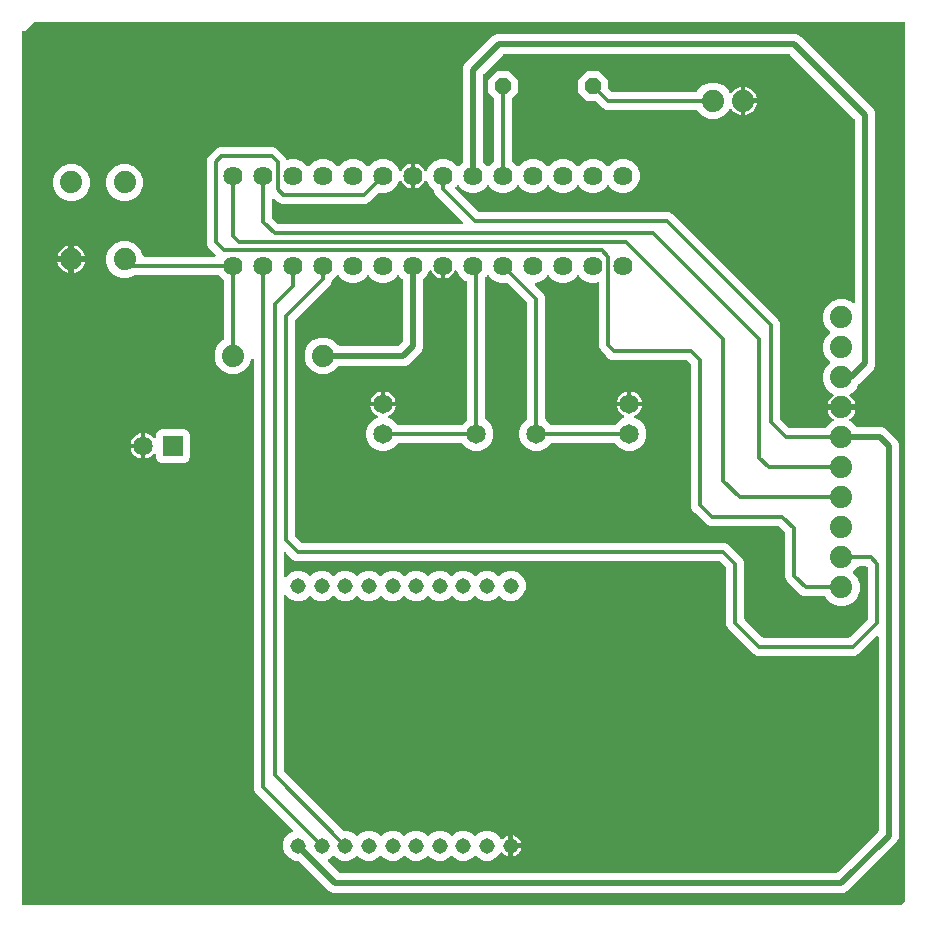
<source format=gbr>
G04 EAGLE Gerber RS-274X export*
G75*
%MOMM*%
%FSLAX34Y34*%
%LPD*%
%INBottom Copper*%
%IPPOS*%
%AMOC8*
5,1,8,0,0,1.08239X$1,22.5*%
G01*
%ADD10C,1.651000*%
%ADD11R,1.651000X1.651000*%
%ADD12C,1.879600*%
%ADD13P,1.429621X8X22.500000*%
%ADD14C,1.625600*%
%ADD15C,1.308000*%
%ADD16C,0.304800*%
%ADD17C,0.508000*%

G36*
X870098Y81243D02*
X870098Y81243D01*
X870197Y81246D01*
X870255Y81263D01*
X870316Y81271D01*
X870408Y81307D01*
X870503Y81335D01*
X870555Y81365D01*
X870611Y81388D01*
X870691Y81446D01*
X870777Y81496D01*
X870852Y81562D01*
X870869Y81574D01*
X870876Y81584D01*
X870898Y81603D01*
X873398Y84103D01*
X873458Y84181D01*
X873526Y84253D01*
X873555Y84306D01*
X873592Y84354D01*
X873632Y84445D01*
X873680Y84531D01*
X873695Y84590D01*
X873719Y84646D01*
X873734Y84744D01*
X873759Y84839D01*
X873765Y84939D01*
X873769Y84960D01*
X873767Y84972D01*
X873769Y85000D01*
X873769Y136554D01*
X873768Y136564D01*
X873769Y136573D01*
X873748Y136721D01*
X873739Y136792D01*
X873739Y764904D01*
X873757Y764966D01*
X873757Y764976D01*
X873759Y764985D01*
X873769Y765146D01*
X873769Y827500D01*
X873754Y827618D01*
X873747Y827737D01*
X873734Y827775D01*
X873729Y827816D01*
X873686Y827926D01*
X873649Y828039D01*
X873627Y828074D01*
X873612Y828111D01*
X873543Y828207D01*
X873479Y828308D01*
X873449Y828336D01*
X873426Y828369D01*
X873334Y828445D01*
X873247Y828526D01*
X873212Y828546D01*
X873181Y828571D01*
X873073Y828622D01*
X872969Y828680D01*
X872929Y828690D01*
X872893Y828707D01*
X872776Y828729D01*
X872661Y828759D01*
X872601Y828763D01*
X872581Y828767D01*
X872560Y828765D01*
X872500Y828769D01*
X137500Y828769D01*
X137402Y828757D01*
X137303Y828754D01*
X137245Y828737D01*
X137184Y828729D01*
X137092Y828693D01*
X136997Y828665D01*
X136945Y828635D01*
X136889Y828612D01*
X136809Y828554D01*
X136723Y828504D01*
X136648Y828438D01*
X136631Y828426D01*
X136624Y828416D01*
X136603Y828398D01*
X129474Y821269D01*
X127500Y821269D01*
X127382Y821254D01*
X127263Y821247D01*
X127225Y821234D01*
X127184Y821229D01*
X127074Y821186D01*
X126961Y821149D01*
X126926Y821127D01*
X126889Y821112D01*
X126793Y821043D01*
X126692Y820979D01*
X126664Y820949D01*
X126631Y820926D01*
X126556Y820834D01*
X126474Y820747D01*
X126454Y820712D01*
X126429Y820681D01*
X126378Y820573D01*
X126320Y820469D01*
X126310Y820429D01*
X126293Y820393D01*
X126271Y820276D01*
X126241Y820161D01*
X126237Y820101D01*
X126233Y820081D01*
X126235Y820060D01*
X126231Y820000D01*
X126231Y82500D01*
X126246Y82382D01*
X126253Y82263D01*
X126266Y82225D01*
X126271Y82184D01*
X126314Y82074D01*
X126351Y81961D01*
X126373Y81926D01*
X126388Y81889D01*
X126458Y81793D01*
X126521Y81692D01*
X126551Y81664D01*
X126574Y81631D01*
X126666Y81556D01*
X126753Y81474D01*
X126788Y81454D01*
X126819Y81429D01*
X126927Y81378D01*
X127031Y81320D01*
X127071Y81310D01*
X127107Y81293D01*
X127224Y81271D01*
X127339Y81241D01*
X127400Y81237D01*
X127420Y81233D01*
X127440Y81235D01*
X127500Y81231D01*
X870000Y81231D01*
X870098Y81243D01*
G37*
%LPC*%
G36*
X389482Y91363D02*
X389482Y91363D01*
X386308Y92678D01*
X360694Y118292D01*
X360616Y118352D01*
X360544Y118420D01*
X360491Y118449D01*
X360443Y118486D01*
X360352Y118526D01*
X360265Y118574D01*
X360207Y118589D01*
X360151Y118613D01*
X360053Y118628D01*
X359957Y118653D01*
X359857Y118659D01*
X359837Y118663D01*
X359825Y118661D01*
X359797Y118663D01*
X357386Y118663D01*
X352742Y120587D01*
X349187Y124142D01*
X347263Y128786D01*
X347263Y133814D01*
X349187Y138458D01*
X352742Y142013D01*
X354995Y142946D01*
X355038Y142971D01*
X355085Y142987D01*
X355176Y143049D01*
X355271Y143104D01*
X355307Y143138D01*
X355348Y143166D01*
X355421Y143249D01*
X355499Y143325D01*
X355525Y143367D01*
X355558Y143405D01*
X355608Y143502D01*
X355666Y143596D01*
X355680Y143643D01*
X355703Y143688D01*
X355727Y143795D01*
X355759Y143900D01*
X355762Y143950D01*
X355772Y143998D01*
X355769Y144108D01*
X355774Y144218D01*
X355764Y144266D01*
X355763Y144316D01*
X355732Y144421D01*
X355710Y144529D01*
X355688Y144574D01*
X355674Y144621D01*
X355619Y144716D01*
X355570Y144815D01*
X355538Y144853D01*
X355513Y144895D01*
X355406Y145016D01*
X323739Y176683D01*
X322579Y179484D01*
X322579Y542152D01*
X322571Y542222D01*
X322572Y542291D01*
X322551Y542379D01*
X322539Y542468D01*
X322514Y542533D01*
X322497Y542601D01*
X322455Y542680D01*
X322422Y542764D01*
X322381Y542820D01*
X322349Y542882D01*
X322288Y542948D01*
X322236Y543021D01*
X322182Y543065D01*
X322135Y543117D01*
X322060Y543166D01*
X321991Y543224D01*
X321927Y543253D01*
X321869Y543292D01*
X321784Y543321D01*
X321703Y543359D01*
X321634Y543372D01*
X321568Y543395D01*
X321479Y543402D01*
X321391Y543419D01*
X321321Y543415D01*
X321251Y543420D01*
X321163Y543405D01*
X321073Y543399D01*
X321007Y543378D01*
X320938Y543366D01*
X320856Y543329D01*
X320771Y543301D01*
X320712Y543264D01*
X320648Y543235D01*
X320578Y543179D01*
X320502Y543131D01*
X320454Y543080D01*
X320400Y543037D01*
X320345Y542965D01*
X320284Y542899D01*
X320250Y542838D01*
X320208Y542783D01*
X320137Y542638D01*
X317936Y537323D01*
X313577Y532964D01*
X307882Y530605D01*
X301718Y530605D01*
X296023Y532964D01*
X291664Y537323D01*
X289305Y543018D01*
X289305Y549182D01*
X291664Y554877D01*
X296023Y559236D01*
X296396Y559390D01*
X296421Y559405D01*
X296449Y559414D01*
X296559Y559483D01*
X296672Y559548D01*
X296693Y559568D01*
X296718Y559584D01*
X296807Y559679D01*
X296900Y559769D01*
X296916Y559794D01*
X296936Y559816D01*
X296999Y559930D01*
X297067Y560040D01*
X297075Y560068D01*
X297090Y560094D01*
X297122Y560220D01*
X297160Y560344D01*
X297162Y560374D01*
X297169Y560402D01*
X297179Y560563D01*
X297179Y609278D01*
X297167Y609376D01*
X297164Y609475D01*
X297147Y609534D01*
X297139Y609594D01*
X297103Y609686D01*
X297075Y609781D01*
X297045Y609833D01*
X297022Y609889D01*
X296964Y609969D01*
X296914Y610055D01*
X296848Y610130D01*
X296836Y610147D01*
X296826Y610155D01*
X296808Y610176D01*
X292676Y614308D01*
X292597Y614368D01*
X292525Y614436D01*
X292472Y614465D01*
X292424Y614502D01*
X292333Y614542D01*
X292247Y614590D01*
X292188Y614605D01*
X292133Y614629D01*
X292035Y614644D01*
X291939Y614669D01*
X291839Y614675D01*
X291818Y614679D01*
X291806Y614677D01*
X291778Y614679D01*
X221959Y614679D01*
X221950Y614678D01*
X221941Y614679D01*
X221792Y614658D01*
X221644Y614639D01*
X221635Y614636D01*
X221626Y614635D01*
X221474Y614583D01*
X216188Y612393D01*
X210024Y612393D01*
X204329Y614752D01*
X199970Y619111D01*
X197611Y624806D01*
X197611Y630970D01*
X199970Y636665D01*
X204329Y641024D01*
X210024Y643383D01*
X216188Y643383D01*
X221883Y641024D01*
X226242Y636665D01*
X228645Y630863D01*
X228684Y630764D01*
X228721Y630651D01*
X228743Y630616D01*
X228758Y630579D01*
X228827Y630483D01*
X228891Y630382D01*
X228921Y630354D01*
X228944Y630321D01*
X229036Y630245D01*
X229123Y630164D01*
X229158Y630144D01*
X229189Y630119D01*
X229297Y630068D01*
X229401Y630010D01*
X229441Y630000D01*
X229477Y629983D01*
X229594Y629961D01*
X229709Y629931D01*
X229769Y629927D01*
X229789Y629923D01*
X229810Y629925D01*
X229870Y629921D01*
X288738Y629921D01*
X288875Y629938D01*
X289014Y629951D01*
X289033Y629958D01*
X289053Y629961D01*
X289182Y630012D01*
X289313Y630059D01*
X289330Y630070D01*
X289349Y630078D01*
X289461Y630159D01*
X289576Y630237D01*
X289590Y630253D01*
X289606Y630264D01*
X289695Y630372D01*
X289787Y630476D01*
X289796Y630494D01*
X289809Y630509D01*
X289868Y630635D01*
X289932Y630759D01*
X289936Y630779D01*
X289945Y630797D01*
X289971Y630933D01*
X290001Y631069D01*
X290001Y631090D01*
X290004Y631109D01*
X289996Y631248D01*
X289992Y631387D01*
X289986Y631407D01*
X289985Y631427D01*
X289942Y631559D01*
X289903Y631693D01*
X289893Y631710D01*
X289887Y631729D01*
X289812Y631847D01*
X289742Y631967D01*
X289723Y631988D01*
X289716Y631998D01*
X289701Y632012D01*
X289635Y632087D01*
X283539Y638183D01*
X282379Y640984D01*
X282379Y711516D01*
X283539Y714317D01*
X290683Y721461D01*
X293484Y722621D01*
X339016Y722621D01*
X341817Y721461D01*
X348961Y714317D01*
X349596Y712783D01*
X349655Y712680D01*
X349707Y712573D01*
X349733Y712542D01*
X349753Y712507D01*
X349836Y712422D01*
X349913Y712331D01*
X349946Y712308D01*
X349974Y712279D01*
X350076Y712217D01*
X350173Y712148D01*
X350211Y712134D01*
X350246Y712113D01*
X350359Y712078D01*
X350471Y712035D01*
X350511Y712031D01*
X350550Y712019D01*
X350668Y712013D01*
X350787Y712000D01*
X350827Y712006D01*
X350867Y712004D01*
X350984Y712028D01*
X351102Y712045D01*
X351159Y712064D01*
X351179Y712068D01*
X351197Y712077D01*
X351254Y712097D01*
X352770Y712725D01*
X358430Y712725D01*
X363658Y710559D01*
X367403Y706814D01*
X367497Y706741D01*
X367586Y706663D01*
X367622Y706644D01*
X367654Y706619D01*
X367763Y706572D01*
X367869Y706518D01*
X367908Y706509D01*
X367946Y706493D01*
X368063Y706474D01*
X368179Y706448D01*
X368220Y706450D01*
X368260Y706443D01*
X368378Y706454D01*
X368497Y706458D01*
X368536Y706469D01*
X368576Y706473D01*
X368689Y706513D01*
X368803Y706546D01*
X368838Y706567D01*
X368876Y706581D01*
X368974Y706648D01*
X369077Y706708D01*
X369122Y706748D01*
X369139Y706759D01*
X369152Y706774D01*
X369198Y706814D01*
X372942Y710559D01*
X378170Y712725D01*
X383830Y712725D01*
X389058Y710559D01*
X392803Y706814D01*
X392897Y706741D01*
X392986Y706663D01*
X393022Y706644D01*
X393054Y706619D01*
X393163Y706572D01*
X393269Y706518D01*
X393308Y706509D01*
X393346Y706493D01*
X393463Y706474D01*
X393579Y706448D01*
X393620Y706450D01*
X393660Y706443D01*
X393778Y706454D01*
X393897Y706458D01*
X393936Y706469D01*
X393976Y706473D01*
X394089Y706513D01*
X394203Y706546D01*
X394238Y706567D01*
X394276Y706581D01*
X394374Y706648D01*
X394477Y706708D01*
X394522Y706748D01*
X394539Y706759D01*
X394552Y706774D01*
X394598Y706814D01*
X398342Y710559D01*
X403570Y712725D01*
X409230Y712725D01*
X414458Y710559D01*
X418203Y706814D01*
X418297Y706741D01*
X418386Y706663D01*
X418422Y706644D01*
X418454Y706619D01*
X418563Y706572D01*
X418669Y706518D01*
X418708Y706509D01*
X418746Y706493D01*
X418863Y706474D01*
X418979Y706448D01*
X419020Y706450D01*
X419060Y706443D01*
X419178Y706454D01*
X419297Y706458D01*
X419336Y706469D01*
X419376Y706473D01*
X419489Y706513D01*
X419603Y706546D01*
X419638Y706567D01*
X419676Y706581D01*
X419774Y706648D01*
X419877Y706708D01*
X419922Y706748D01*
X419939Y706759D01*
X419952Y706774D01*
X419998Y706814D01*
X423742Y710559D01*
X428970Y712725D01*
X434630Y712725D01*
X439858Y710559D01*
X443859Y706558D01*
X445260Y703177D01*
X445304Y703099D01*
X445339Y703017D01*
X445382Y702962D01*
X445417Y702901D01*
X445479Y702836D01*
X445534Y702766D01*
X445590Y702723D01*
X445638Y702672D01*
X445715Y702625D01*
X445785Y702570D01*
X445850Y702543D01*
X445909Y702506D01*
X445995Y702480D01*
X446077Y702444D01*
X446146Y702433D01*
X446213Y702412D01*
X446303Y702408D01*
X446391Y702394D01*
X446461Y702401D01*
X446531Y702397D01*
X446619Y702415D01*
X446708Y702424D01*
X446774Y702447D01*
X446843Y702461D01*
X446923Y702501D01*
X447007Y702531D01*
X447065Y702570D01*
X447128Y702601D01*
X447196Y702659D01*
X447270Y702710D01*
X447317Y702762D01*
X447370Y702808D01*
X447422Y702881D01*
X447481Y702948D01*
X447545Y703055D01*
X447553Y703068D01*
X447556Y703074D01*
X447563Y703086D01*
X448075Y704092D01*
X449062Y705450D01*
X450250Y706638D01*
X451608Y707625D01*
X453105Y708387D01*
X454702Y708906D01*
X455169Y708980D01*
X455169Y699262D01*
X455184Y699144D01*
X455191Y699025D01*
X455203Y698987D01*
X455209Y698947D01*
X455252Y698836D01*
X455289Y698723D01*
X455311Y698689D01*
X455326Y698651D01*
X455395Y698555D01*
X455428Y698503D01*
X455412Y698485D01*
X455392Y698450D01*
X455367Y698418D01*
X455316Y698311D01*
X455258Y698206D01*
X455248Y698167D01*
X455231Y698131D01*
X455209Y698014D01*
X455179Y697898D01*
X455175Y697838D01*
X455171Y697818D01*
X455173Y697798D01*
X455169Y697738D01*
X455169Y688020D01*
X454702Y688094D01*
X453105Y688613D01*
X451608Y689375D01*
X450250Y690362D01*
X449062Y691550D01*
X448075Y692908D01*
X447563Y693914D01*
X447513Y693988D01*
X447471Y694067D01*
X447424Y694119D01*
X447384Y694177D01*
X447317Y694236D01*
X447257Y694302D01*
X447198Y694341D01*
X447146Y694387D01*
X447066Y694428D01*
X446991Y694477D01*
X446925Y694500D01*
X446862Y694531D01*
X446775Y694551D01*
X446690Y694580D01*
X446620Y694586D01*
X446552Y694601D01*
X446463Y694598D01*
X446373Y694605D01*
X446304Y694593D01*
X446234Y694591D01*
X446148Y694566D01*
X446060Y694551D01*
X445996Y694522D01*
X445929Y694503D01*
X445852Y694457D01*
X445770Y694420D01*
X445715Y694377D01*
X445655Y694341D01*
X445592Y694278D01*
X445522Y694222D01*
X445479Y694166D01*
X445430Y694116D01*
X445384Y694039D01*
X445330Y693968D01*
X445275Y693855D01*
X445268Y693843D01*
X445266Y693836D01*
X445260Y693823D01*
X443859Y690442D01*
X439858Y686441D01*
X434630Y684275D01*
X428878Y684275D01*
X428780Y684263D01*
X428681Y684260D01*
X428623Y684243D01*
X428563Y684235D01*
X428471Y684199D01*
X428376Y684171D01*
X428323Y684141D01*
X428267Y684118D01*
X428187Y684060D01*
X428102Y684010D01*
X428026Y683944D01*
X428010Y683932D01*
X428002Y683922D01*
X427981Y683904D01*
X422439Y678362D01*
X420117Y676039D01*
X417316Y674879D01*
X345984Y674879D01*
X343183Y676039D01*
X340861Y678362D01*
X339987Y679235D01*
X339878Y679320D01*
X339771Y679409D01*
X339752Y679418D01*
X339736Y679430D01*
X339608Y679486D01*
X339483Y679545D01*
X339463Y679548D01*
X339444Y679556D01*
X339306Y679578D01*
X339170Y679604D01*
X339150Y679603D01*
X339130Y679606D01*
X338991Y679593D01*
X338853Y679585D01*
X338834Y679578D01*
X338814Y679577D01*
X338682Y679529D01*
X338551Y679487D01*
X338533Y679476D01*
X338514Y679469D01*
X338399Y679391D01*
X338282Y679316D01*
X338268Y679302D01*
X338251Y679290D01*
X338159Y679186D01*
X338064Y679085D01*
X338054Y679067D01*
X338041Y679052D01*
X337977Y678928D01*
X337910Y678806D01*
X337905Y678787D01*
X337896Y678769D01*
X337866Y678633D01*
X337831Y678498D01*
X337829Y678470D01*
X337826Y678458D01*
X337827Y678438D01*
X337821Y678338D01*
X337821Y663482D01*
X337833Y663384D01*
X337836Y663285D01*
X337853Y663227D01*
X337861Y663167D01*
X337897Y663075D01*
X337925Y662980D01*
X337955Y662927D01*
X337978Y662871D01*
X338036Y662791D01*
X338086Y662706D01*
X338152Y662630D01*
X338164Y662614D01*
X338174Y662606D01*
X338192Y662585D01*
X342785Y657992D01*
X342863Y657932D01*
X342935Y657864D01*
X342988Y657835D01*
X343036Y657798D01*
X343127Y657758D01*
X343214Y657710D01*
X343272Y657695D01*
X343328Y657671D01*
X343426Y657656D01*
X343522Y657631D01*
X343622Y657625D01*
X343642Y657621D01*
X343654Y657623D01*
X343682Y657621D01*
X498538Y657621D01*
X498675Y657638D01*
X498814Y657651D01*
X498833Y657658D01*
X498853Y657661D01*
X498982Y657712D01*
X499113Y657759D01*
X499130Y657770D01*
X499149Y657778D01*
X499261Y657859D01*
X499376Y657937D01*
X499390Y657953D01*
X499406Y657964D01*
X499495Y658072D01*
X499587Y658176D01*
X499596Y658194D01*
X499609Y658209D01*
X499668Y658335D01*
X499732Y658459D01*
X499736Y658479D01*
X499745Y658497D01*
X499771Y658633D01*
X499801Y658769D01*
X499801Y658790D01*
X499804Y658809D01*
X499796Y658948D01*
X499792Y659087D01*
X499786Y659107D01*
X499785Y659127D01*
X499742Y659259D01*
X499703Y659393D01*
X499693Y659410D01*
X499687Y659429D01*
X499612Y659547D01*
X499542Y659667D01*
X499523Y659688D01*
X499516Y659698D01*
X499502Y659712D01*
X499435Y659787D01*
X478462Y680761D01*
X476139Y683083D01*
X474991Y685855D01*
X474987Y685863D01*
X474984Y685872D01*
X474908Y686001D01*
X474834Y686132D01*
X474827Y686138D01*
X474822Y686146D01*
X474716Y686267D01*
X470541Y690442D01*
X469140Y693823D01*
X469096Y693901D01*
X469061Y693983D01*
X469018Y694038D01*
X468983Y694099D01*
X468921Y694164D01*
X468866Y694234D01*
X468810Y694277D01*
X468762Y694328D01*
X468685Y694375D01*
X468615Y694430D01*
X468550Y694457D01*
X468491Y694494D01*
X468405Y694520D01*
X468323Y694556D01*
X468254Y694567D01*
X468187Y694588D01*
X468097Y694592D01*
X468009Y694606D01*
X467939Y694599D01*
X467869Y694603D01*
X467781Y694585D01*
X467692Y694576D01*
X467626Y694553D01*
X467557Y694539D01*
X467477Y694499D01*
X467393Y694469D01*
X467335Y694430D01*
X467272Y694399D01*
X467204Y694341D01*
X467130Y694290D01*
X467083Y694238D01*
X467030Y694192D01*
X466978Y694119D01*
X466919Y694052D01*
X466855Y693945D01*
X466847Y693932D01*
X466844Y693926D01*
X466837Y693914D01*
X466325Y692908D01*
X465338Y691550D01*
X464150Y690362D01*
X462792Y689375D01*
X461295Y688613D01*
X459698Y688094D01*
X459231Y688020D01*
X459231Y697738D01*
X459216Y697856D01*
X459209Y697975D01*
X459196Y698013D01*
X459191Y698053D01*
X459148Y698164D01*
X459111Y698277D01*
X459089Y698311D01*
X459074Y698349D01*
X459005Y698445D01*
X458971Y698497D01*
X458988Y698515D01*
X459008Y698550D01*
X459033Y698582D01*
X459084Y698689D01*
X459142Y698794D01*
X459152Y698833D01*
X459169Y698869D01*
X459191Y698986D01*
X459221Y699102D01*
X459225Y699162D01*
X459229Y699182D01*
X459227Y699202D01*
X459231Y699262D01*
X459231Y708980D01*
X459698Y708906D01*
X461295Y708387D01*
X462792Y707625D01*
X464150Y706638D01*
X465338Y705450D01*
X466325Y704092D01*
X466837Y703086D01*
X466887Y703012D01*
X466929Y702933D01*
X466976Y702881D01*
X467016Y702823D01*
X467083Y702764D01*
X467143Y702698D01*
X467202Y702659D01*
X467254Y702613D01*
X467334Y702572D01*
X467409Y702523D01*
X467475Y702500D01*
X467538Y702469D01*
X467625Y702449D01*
X467710Y702420D01*
X467780Y702414D01*
X467848Y702399D01*
X467937Y702402D01*
X468027Y702395D01*
X468096Y702407D01*
X468166Y702409D01*
X468252Y702434D01*
X468340Y702449D01*
X468404Y702478D01*
X468471Y702497D01*
X468548Y702543D01*
X468630Y702580D01*
X468685Y702623D01*
X468745Y702659D01*
X468808Y702722D01*
X468878Y702778D01*
X468921Y702834D01*
X468970Y702884D01*
X469016Y702961D01*
X469070Y703032D01*
X469125Y703145D01*
X469132Y703157D01*
X469134Y703164D01*
X469140Y703177D01*
X470541Y706558D01*
X474542Y710559D01*
X479770Y712725D01*
X485430Y712725D01*
X490658Y710559D01*
X494403Y706814D01*
X494497Y706741D01*
X494586Y706663D01*
X494622Y706644D01*
X494654Y706619D01*
X494763Y706572D01*
X494869Y706518D01*
X494908Y706509D01*
X494946Y706493D01*
X495063Y706474D01*
X495179Y706448D01*
X495220Y706450D01*
X495260Y706443D01*
X495378Y706454D01*
X495497Y706458D01*
X495536Y706469D01*
X495576Y706473D01*
X495688Y706513D01*
X495803Y706546D01*
X495838Y706567D01*
X495876Y706581D01*
X495974Y706648D01*
X496077Y706708D01*
X496122Y706748D01*
X496139Y706759D01*
X496152Y706774D01*
X496198Y706814D01*
X498992Y709608D01*
X499052Y709687D01*
X499120Y709759D01*
X499149Y709812D01*
X499186Y709860D01*
X499226Y709951D01*
X499274Y710037D01*
X499289Y710096D01*
X499313Y710151D01*
X499328Y710249D01*
X499353Y710345D01*
X499359Y710445D01*
X499363Y710466D01*
X499361Y710478D01*
X499363Y710506D01*
X499363Y789718D01*
X500678Y792892D01*
X525108Y817322D01*
X528282Y818637D01*
X781718Y818637D01*
X784892Y817322D01*
X847322Y754892D01*
X848637Y751718D01*
X848637Y538282D01*
X847322Y535108D01*
X835300Y523086D01*
X834657Y522443D01*
X834651Y522435D01*
X834644Y522430D01*
X834554Y522310D01*
X834462Y522191D01*
X834458Y522183D01*
X834453Y522175D01*
X834382Y522031D01*
X833136Y519023D01*
X828777Y514664D01*
X827466Y514121D01*
X827337Y514048D01*
X827206Y513976D01*
X827199Y513969D01*
X827190Y513964D01*
X827083Y513861D01*
X826974Y513758D01*
X826969Y513749D01*
X826962Y513742D01*
X826884Y513617D01*
X826804Y513490D01*
X826801Y513480D01*
X826795Y513471D01*
X826752Y513330D01*
X826705Y513187D01*
X826705Y513177D01*
X826702Y513167D01*
X826695Y513018D01*
X826685Y512870D01*
X826687Y512860D01*
X826686Y512850D01*
X826717Y512703D01*
X826744Y512558D01*
X826749Y512548D01*
X826751Y512538D01*
X826816Y512404D01*
X826879Y512270D01*
X826886Y512262D01*
X826891Y512253D01*
X826987Y512139D01*
X827082Y512024D01*
X827093Y512016D01*
X827097Y512011D01*
X827109Y512002D01*
X827206Y511922D01*
X827778Y511506D01*
X829106Y510178D01*
X830211Y508657D01*
X831064Y506983D01*
X831645Y505196D01*
X831685Y504939D01*
X821270Y504939D01*
X821152Y504924D01*
X821033Y504917D01*
X820995Y504904D01*
X820955Y504899D01*
X820844Y504856D01*
X820731Y504819D01*
X820697Y504797D01*
X820659Y504782D01*
X820563Y504712D01*
X820462Y504649D01*
X820434Y504619D01*
X820402Y504595D01*
X820326Y504504D01*
X820244Y504417D01*
X820225Y504382D01*
X820199Y504351D01*
X820148Y504243D01*
X820091Y504139D01*
X820080Y504099D01*
X820063Y504063D01*
X820041Y503946D01*
X820011Y503831D01*
X820007Y503770D01*
X820003Y503750D01*
X820005Y503730D01*
X820001Y503670D01*
X820001Y501130D01*
X820016Y501012D01*
X820023Y500893D01*
X820036Y500855D01*
X820041Y500814D01*
X820085Y500704D01*
X820121Y500591D01*
X820143Y500556D01*
X820158Y500519D01*
X820228Y500423D01*
X820291Y500322D01*
X820321Y500294D01*
X820345Y500261D01*
X820436Y500186D01*
X820523Y500104D01*
X820558Y500084D01*
X820590Y500059D01*
X820697Y500008D01*
X820802Y499950D01*
X820841Y499940D01*
X820877Y499923D01*
X820994Y499901D01*
X821109Y499871D01*
X821170Y499867D01*
X821190Y499863D01*
X821210Y499865D01*
X821270Y499861D01*
X831685Y499861D01*
X831645Y499604D01*
X831064Y497817D01*
X830211Y496143D01*
X829106Y494622D01*
X827778Y493294D01*
X827206Y492878D01*
X827098Y492777D01*
X826987Y492676D01*
X826981Y492668D01*
X826974Y492661D01*
X826894Y492535D01*
X826812Y492411D01*
X826809Y492401D01*
X826804Y492392D01*
X826758Y492251D01*
X826709Y492110D01*
X826708Y492099D01*
X826705Y492090D01*
X826696Y491941D01*
X826684Y491793D01*
X826686Y491783D01*
X826685Y491772D01*
X826713Y491625D01*
X826738Y491479D01*
X826743Y491470D01*
X826745Y491460D01*
X826808Y491325D01*
X826869Y491189D01*
X826875Y491181D01*
X826880Y491172D01*
X826974Y491058D01*
X827068Y490941D01*
X827076Y490935D01*
X827082Y490927D01*
X827202Y490839D01*
X827322Y490750D01*
X827334Y490744D01*
X827339Y490740D01*
X827353Y490734D01*
X827466Y490679D01*
X828777Y490136D01*
X832904Y486008D01*
X832983Y485948D01*
X833055Y485880D01*
X833108Y485851D01*
X833156Y485814D01*
X833247Y485774D01*
X833333Y485726D01*
X833392Y485711D01*
X833448Y485687D01*
X833545Y485672D01*
X833641Y485647D01*
X833741Y485641D01*
X833762Y485637D01*
X833774Y485639D01*
X833802Y485637D01*
X854718Y485637D01*
X857892Y484322D01*
X860500Y481714D01*
X867322Y474892D01*
X868637Y471718D01*
X868637Y138282D01*
X867322Y135108D01*
X824892Y92678D01*
X821718Y91363D01*
X389482Y91363D01*
G37*
%LPD*%
G36*
X815995Y108649D02*
X815995Y108649D01*
X816094Y108652D01*
X816152Y108669D01*
X816212Y108677D01*
X816304Y108713D01*
X816400Y108741D01*
X816452Y108771D01*
X816508Y108794D01*
X816588Y108852D01*
X816673Y108902D01*
X816749Y108968D01*
X816765Y108980D01*
X816773Y108990D01*
X816794Y109008D01*
X850992Y143206D01*
X851052Y143284D01*
X851120Y143356D01*
X851149Y143409D01*
X851186Y143457D01*
X851226Y143548D01*
X851274Y143635D01*
X851289Y143693D01*
X851313Y143749D01*
X851328Y143847D01*
X851353Y143943D01*
X851359Y144043D01*
X851363Y144063D01*
X851361Y144075D01*
X851363Y144103D01*
X851363Y307522D01*
X851346Y307659D01*
X851333Y307798D01*
X851326Y307817D01*
X851323Y307837D01*
X851272Y307966D01*
X851225Y308097D01*
X851214Y308114D01*
X851206Y308133D01*
X851125Y308245D01*
X851047Y308360D01*
X851031Y308374D01*
X851020Y308390D01*
X850912Y308479D01*
X850808Y308571D01*
X850790Y308580D01*
X850775Y308593D01*
X850649Y308652D01*
X850525Y308716D01*
X850505Y308720D01*
X850487Y308729D01*
X850351Y308755D01*
X850215Y308785D01*
X850194Y308785D01*
X850175Y308788D01*
X850036Y308780D01*
X849897Y308776D01*
X849877Y308770D01*
X849857Y308769D01*
X849725Y308726D01*
X849591Y308687D01*
X849574Y308677D01*
X849555Y308671D01*
X849437Y308596D01*
X849317Y308526D01*
X849296Y308507D01*
X849286Y308500D01*
X849272Y308485D01*
X849197Y308419D01*
X834317Y293539D01*
X831516Y292379D01*
X748484Y292379D01*
X745683Y293539D01*
X723539Y315683D01*
X722379Y318484D01*
X722379Y366318D01*
X722367Y366416D01*
X722364Y366515D01*
X722347Y366573D01*
X722339Y366633D01*
X722303Y366725D01*
X722275Y366820D01*
X722245Y366873D01*
X722222Y366929D01*
X722164Y367009D01*
X722114Y367094D01*
X722048Y367170D01*
X722036Y367186D01*
X722026Y367194D01*
X722008Y367215D01*
X717215Y372008D01*
X717137Y372068D01*
X717065Y372136D01*
X717012Y372165D01*
X716964Y372202D01*
X716873Y372242D01*
X716786Y372290D01*
X716728Y372305D01*
X716672Y372329D01*
X716574Y372344D01*
X716478Y372369D01*
X716378Y372375D01*
X716358Y372379D01*
X716346Y372377D01*
X716318Y372379D01*
X358484Y372379D01*
X355683Y373539D01*
X353361Y375862D01*
X349787Y379435D01*
X349678Y379520D01*
X349571Y379609D01*
X349552Y379618D01*
X349536Y379630D01*
X349408Y379686D01*
X349283Y379745D01*
X349263Y379748D01*
X349244Y379756D01*
X349106Y379778D01*
X348970Y379804D01*
X348950Y379803D01*
X348930Y379806D01*
X348791Y379793D01*
X348653Y379785D01*
X348634Y379778D01*
X348614Y379777D01*
X348482Y379729D01*
X348351Y379687D01*
X348333Y379676D01*
X348314Y379669D01*
X348199Y379591D01*
X348082Y379516D01*
X348068Y379502D01*
X348051Y379490D01*
X347959Y379386D01*
X347864Y379285D01*
X347854Y379267D01*
X347841Y379252D01*
X347777Y379128D01*
X347710Y379006D01*
X347705Y378987D01*
X347696Y378969D01*
X347666Y378833D01*
X347631Y378698D01*
X347629Y378670D01*
X347626Y378658D01*
X347627Y378638D01*
X347621Y378538D01*
X347621Y359956D01*
X347638Y359819D01*
X347651Y359680D01*
X347658Y359660D01*
X347661Y359640D01*
X347712Y359512D01*
X347759Y359380D01*
X347770Y359364D01*
X347778Y359345D01*
X347859Y359232D01*
X347937Y359117D01*
X347953Y359104D01*
X347964Y359087D01*
X348072Y358999D01*
X348176Y358907D01*
X348194Y358898D01*
X348209Y358885D01*
X348335Y358825D01*
X348459Y358762D01*
X348479Y358758D01*
X348497Y358749D01*
X348633Y358723D01*
X348769Y358692D01*
X348790Y358693D01*
X348809Y358689D01*
X348948Y358698D01*
X349087Y358702D01*
X349107Y358708D01*
X349127Y358709D01*
X349259Y358752D01*
X349393Y358791D01*
X349410Y358801D01*
X349429Y358807D01*
X349547Y358882D01*
X349667Y358952D01*
X349688Y358971D01*
X349698Y358977D01*
X349712Y358992D01*
X349787Y359058D01*
X352742Y362013D01*
X357386Y363937D01*
X362414Y363937D01*
X367058Y362013D01*
X369003Y360069D01*
X369097Y359995D01*
X369186Y359917D01*
X369222Y359898D01*
X369254Y359874D01*
X369363Y359826D01*
X369469Y359772D01*
X369508Y359763D01*
X369546Y359747D01*
X369663Y359729D01*
X369779Y359703D01*
X369820Y359704D01*
X369860Y359697D01*
X369978Y359709D01*
X370097Y359712D01*
X370136Y359723D01*
X370176Y359727D01*
X370288Y359768D01*
X370403Y359801D01*
X370438Y359821D01*
X370476Y359835D01*
X370574Y359902D01*
X370677Y359962D01*
X370722Y360002D01*
X370739Y360013D01*
X370752Y360029D01*
X370798Y360069D01*
X372742Y362013D01*
X377386Y363937D01*
X382414Y363937D01*
X387058Y362013D01*
X389003Y360069D01*
X389097Y359995D01*
X389186Y359917D01*
X389222Y359898D01*
X389254Y359874D01*
X389363Y359826D01*
X389469Y359772D01*
X389508Y359763D01*
X389546Y359747D01*
X389663Y359729D01*
X389779Y359703D01*
X389820Y359704D01*
X389860Y359697D01*
X389978Y359709D01*
X390097Y359712D01*
X390136Y359723D01*
X390176Y359727D01*
X390288Y359768D01*
X390403Y359801D01*
X390438Y359821D01*
X390476Y359835D01*
X390574Y359902D01*
X390677Y359962D01*
X390722Y360002D01*
X390739Y360013D01*
X390752Y360029D01*
X390798Y360069D01*
X392742Y362013D01*
X397386Y363937D01*
X402414Y363937D01*
X407058Y362013D01*
X409003Y360069D01*
X409097Y359995D01*
X409186Y359917D01*
X409222Y359898D01*
X409254Y359874D01*
X409363Y359826D01*
X409469Y359772D01*
X409508Y359763D01*
X409546Y359747D01*
X409663Y359729D01*
X409779Y359703D01*
X409820Y359704D01*
X409860Y359697D01*
X409978Y359709D01*
X410097Y359712D01*
X410136Y359723D01*
X410176Y359727D01*
X410288Y359768D01*
X410403Y359801D01*
X410438Y359821D01*
X410476Y359835D01*
X410574Y359902D01*
X410677Y359962D01*
X410722Y360002D01*
X410739Y360013D01*
X410752Y360029D01*
X410798Y360069D01*
X412742Y362013D01*
X417386Y363937D01*
X422414Y363937D01*
X427058Y362013D01*
X429003Y360069D01*
X429097Y359995D01*
X429186Y359917D01*
X429222Y359898D01*
X429254Y359874D01*
X429363Y359826D01*
X429469Y359772D01*
X429508Y359763D01*
X429546Y359747D01*
X429663Y359729D01*
X429779Y359703D01*
X429820Y359704D01*
X429860Y359697D01*
X429978Y359709D01*
X430097Y359712D01*
X430136Y359723D01*
X430176Y359727D01*
X430288Y359768D01*
X430403Y359801D01*
X430438Y359821D01*
X430476Y359835D01*
X430574Y359902D01*
X430677Y359962D01*
X430722Y360002D01*
X430739Y360013D01*
X430752Y360029D01*
X430798Y360069D01*
X432742Y362013D01*
X437386Y363937D01*
X442414Y363937D01*
X447058Y362013D01*
X449003Y360069D01*
X449097Y359995D01*
X449186Y359917D01*
X449222Y359898D01*
X449254Y359874D01*
X449363Y359826D01*
X449469Y359772D01*
X449508Y359763D01*
X449546Y359747D01*
X449663Y359729D01*
X449779Y359703D01*
X449820Y359704D01*
X449860Y359697D01*
X449978Y359709D01*
X450097Y359712D01*
X450136Y359723D01*
X450176Y359727D01*
X450288Y359768D01*
X450403Y359801D01*
X450438Y359821D01*
X450476Y359835D01*
X450574Y359902D01*
X450677Y359962D01*
X450722Y360002D01*
X450739Y360013D01*
X450752Y360029D01*
X450798Y360069D01*
X452742Y362013D01*
X457386Y363937D01*
X462414Y363937D01*
X467058Y362013D01*
X469003Y360069D01*
X469097Y359995D01*
X469186Y359917D01*
X469222Y359898D01*
X469254Y359874D01*
X469363Y359826D01*
X469469Y359772D01*
X469508Y359763D01*
X469546Y359747D01*
X469663Y359729D01*
X469779Y359703D01*
X469820Y359704D01*
X469860Y359697D01*
X469978Y359709D01*
X470097Y359712D01*
X470136Y359723D01*
X470176Y359727D01*
X470288Y359768D01*
X470403Y359801D01*
X470438Y359821D01*
X470476Y359835D01*
X470574Y359902D01*
X470677Y359962D01*
X470722Y360002D01*
X470739Y360013D01*
X470752Y360029D01*
X470798Y360069D01*
X472742Y362013D01*
X477386Y363937D01*
X482414Y363937D01*
X487058Y362013D01*
X489003Y360069D01*
X489097Y359995D01*
X489186Y359917D01*
X489222Y359898D01*
X489254Y359874D01*
X489363Y359826D01*
X489469Y359772D01*
X489508Y359763D01*
X489546Y359747D01*
X489663Y359729D01*
X489779Y359703D01*
X489820Y359704D01*
X489860Y359697D01*
X489978Y359709D01*
X490097Y359712D01*
X490136Y359723D01*
X490176Y359727D01*
X490288Y359768D01*
X490403Y359801D01*
X490438Y359821D01*
X490476Y359835D01*
X490574Y359902D01*
X490677Y359962D01*
X490722Y360002D01*
X490739Y360013D01*
X490752Y360029D01*
X490798Y360069D01*
X492742Y362013D01*
X497386Y363937D01*
X502414Y363937D01*
X507058Y362013D01*
X509003Y360069D01*
X509097Y359995D01*
X509186Y359917D01*
X509222Y359898D01*
X509254Y359874D01*
X509363Y359826D01*
X509469Y359772D01*
X509508Y359763D01*
X509546Y359747D01*
X509663Y359729D01*
X509779Y359703D01*
X509820Y359704D01*
X509860Y359697D01*
X509978Y359709D01*
X510097Y359712D01*
X510136Y359723D01*
X510176Y359727D01*
X510288Y359768D01*
X510403Y359801D01*
X510438Y359821D01*
X510476Y359835D01*
X510574Y359902D01*
X510677Y359962D01*
X510722Y360002D01*
X510739Y360013D01*
X510752Y360029D01*
X510798Y360069D01*
X512742Y362013D01*
X517386Y363937D01*
X522414Y363937D01*
X527058Y362013D01*
X529003Y360069D01*
X529097Y359995D01*
X529186Y359917D01*
X529222Y359898D01*
X529254Y359874D01*
X529363Y359826D01*
X529469Y359772D01*
X529508Y359763D01*
X529546Y359747D01*
X529663Y359729D01*
X529779Y359703D01*
X529820Y359704D01*
X529860Y359697D01*
X529978Y359709D01*
X530097Y359712D01*
X530136Y359723D01*
X530176Y359727D01*
X530288Y359768D01*
X530403Y359801D01*
X530438Y359821D01*
X530476Y359835D01*
X530574Y359902D01*
X530677Y359962D01*
X530722Y360002D01*
X530739Y360013D01*
X530752Y360029D01*
X530798Y360069D01*
X532742Y362013D01*
X537386Y363937D01*
X542414Y363937D01*
X547058Y362013D01*
X550613Y358458D01*
X552537Y353814D01*
X552537Y348786D01*
X550613Y344142D01*
X547058Y340587D01*
X542414Y338663D01*
X537386Y338663D01*
X532742Y340587D01*
X530798Y342531D01*
X530703Y342605D01*
X530614Y342683D01*
X530578Y342702D01*
X530546Y342726D01*
X530437Y342774D01*
X530331Y342828D01*
X530292Y342837D01*
X530254Y342853D01*
X530137Y342871D01*
X530021Y342897D01*
X529980Y342896D01*
X529940Y342903D01*
X529822Y342891D01*
X529703Y342888D01*
X529664Y342877D01*
X529624Y342873D01*
X529511Y342832D01*
X529397Y342799D01*
X529363Y342779D01*
X529324Y342765D01*
X529226Y342698D01*
X529123Y342638D01*
X529078Y342598D01*
X529061Y342587D01*
X529048Y342571D01*
X529003Y342531D01*
X527058Y340587D01*
X522414Y338663D01*
X517386Y338663D01*
X512742Y340587D01*
X510798Y342531D01*
X510703Y342605D01*
X510614Y342683D01*
X510578Y342702D01*
X510546Y342726D01*
X510437Y342774D01*
X510331Y342828D01*
X510292Y342837D01*
X510254Y342853D01*
X510137Y342871D01*
X510021Y342897D01*
X509980Y342896D01*
X509940Y342903D01*
X509822Y342891D01*
X509703Y342888D01*
X509664Y342877D01*
X509624Y342873D01*
X509511Y342832D01*
X509397Y342799D01*
X509363Y342779D01*
X509324Y342765D01*
X509226Y342698D01*
X509123Y342638D01*
X509078Y342598D01*
X509061Y342587D01*
X509048Y342571D01*
X509003Y342531D01*
X507058Y340587D01*
X502414Y338663D01*
X497386Y338663D01*
X492742Y340587D01*
X490798Y342531D01*
X490703Y342605D01*
X490614Y342683D01*
X490578Y342702D01*
X490546Y342726D01*
X490437Y342774D01*
X490331Y342828D01*
X490292Y342837D01*
X490254Y342853D01*
X490137Y342871D01*
X490021Y342897D01*
X489980Y342896D01*
X489940Y342903D01*
X489822Y342891D01*
X489703Y342888D01*
X489664Y342877D01*
X489624Y342873D01*
X489511Y342832D01*
X489397Y342799D01*
X489363Y342779D01*
X489324Y342765D01*
X489226Y342698D01*
X489123Y342638D01*
X489078Y342598D01*
X489061Y342587D01*
X489048Y342571D01*
X489003Y342531D01*
X487058Y340587D01*
X482414Y338663D01*
X477386Y338663D01*
X472742Y340587D01*
X470798Y342531D01*
X470703Y342605D01*
X470614Y342683D01*
X470578Y342702D01*
X470546Y342726D01*
X470437Y342774D01*
X470331Y342828D01*
X470292Y342837D01*
X470254Y342853D01*
X470137Y342871D01*
X470021Y342897D01*
X469980Y342896D01*
X469940Y342903D01*
X469822Y342891D01*
X469703Y342888D01*
X469664Y342877D01*
X469624Y342873D01*
X469511Y342832D01*
X469397Y342799D01*
X469363Y342779D01*
X469324Y342765D01*
X469226Y342698D01*
X469123Y342638D01*
X469078Y342598D01*
X469061Y342587D01*
X469048Y342571D01*
X469003Y342531D01*
X467058Y340587D01*
X462414Y338663D01*
X457386Y338663D01*
X452742Y340587D01*
X450798Y342531D01*
X450703Y342605D01*
X450614Y342683D01*
X450578Y342702D01*
X450546Y342726D01*
X450437Y342774D01*
X450331Y342828D01*
X450292Y342837D01*
X450254Y342853D01*
X450137Y342871D01*
X450021Y342897D01*
X449980Y342896D01*
X449940Y342903D01*
X449822Y342891D01*
X449703Y342888D01*
X449664Y342877D01*
X449624Y342873D01*
X449511Y342832D01*
X449397Y342799D01*
X449363Y342779D01*
X449324Y342765D01*
X449226Y342698D01*
X449123Y342638D01*
X449078Y342598D01*
X449061Y342587D01*
X449048Y342571D01*
X449003Y342531D01*
X447058Y340587D01*
X442414Y338663D01*
X437386Y338663D01*
X432742Y340587D01*
X430798Y342531D01*
X430703Y342605D01*
X430614Y342683D01*
X430578Y342702D01*
X430546Y342726D01*
X430437Y342774D01*
X430331Y342828D01*
X430292Y342837D01*
X430254Y342853D01*
X430137Y342871D01*
X430021Y342897D01*
X429980Y342896D01*
X429940Y342903D01*
X429822Y342891D01*
X429703Y342888D01*
X429664Y342877D01*
X429624Y342873D01*
X429511Y342832D01*
X429397Y342799D01*
X429363Y342779D01*
X429324Y342765D01*
X429226Y342698D01*
X429123Y342638D01*
X429078Y342598D01*
X429061Y342587D01*
X429048Y342571D01*
X429003Y342531D01*
X427058Y340587D01*
X422414Y338663D01*
X417386Y338663D01*
X412742Y340587D01*
X410798Y342531D01*
X410703Y342605D01*
X410614Y342683D01*
X410578Y342702D01*
X410546Y342726D01*
X410437Y342774D01*
X410331Y342828D01*
X410292Y342837D01*
X410254Y342853D01*
X410137Y342871D01*
X410021Y342897D01*
X409980Y342896D01*
X409940Y342903D01*
X409822Y342891D01*
X409703Y342888D01*
X409664Y342877D01*
X409624Y342873D01*
X409511Y342832D01*
X409397Y342799D01*
X409363Y342779D01*
X409324Y342765D01*
X409226Y342698D01*
X409123Y342638D01*
X409078Y342598D01*
X409061Y342587D01*
X409048Y342571D01*
X409003Y342531D01*
X407058Y340587D01*
X402414Y338663D01*
X397386Y338663D01*
X392742Y340587D01*
X390798Y342531D01*
X390703Y342605D01*
X390614Y342683D01*
X390578Y342702D01*
X390546Y342726D01*
X390437Y342774D01*
X390331Y342828D01*
X390292Y342837D01*
X390254Y342853D01*
X390137Y342871D01*
X390021Y342897D01*
X389980Y342896D01*
X389940Y342903D01*
X389822Y342891D01*
X389703Y342888D01*
X389664Y342877D01*
X389624Y342873D01*
X389511Y342832D01*
X389397Y342799D01*
X389363Y342779D01*
X389324Y342765D01*
X389226Y342698D01*
X389123Y342638D01*
X389078Y342598D01*
X389061Y342587D01*
X389048Y342571D01*
X389003Y342531D01*
X387058Y340587D01*
X382414Y338663D01*
X377386Y338663D01*
X372742Y340587D01*
X370798Y342531D01*
X370703Y342605D01*
X370614Y342683D01*
X370578Y342702D01*
X370546Y342726D01*
X370437Y342774D01*
X370331Y342828D01*
X370292Y342837D01*
X370254Y342853D01*
X370137Y342871D01*
X370021Y342897D01*
X369980Y342896D01*
X369940Y342903D01*
X369822Y342891D01*
X369703Y342888D01*
X369664Y342877D01*
X369624Y342873D01*
X369511Y342832D01*
X369397Y342799D01*
X369363Y342779D01*
X369324Y342765D01*
X369226Y342698D01*
X369123Y342638D01*
X369078Y342598D01*
X369061Y342587D01*
X369048Y342571D01*
X369003Y342531D01*
X367058Y340587D01*
X362414Y338663D01*
X357386Y338663D01*
X352742Y340587D01*
X349787Y343542D01*
X349678Y343627D01*
X349571Y343715D01*
X349552Y343724D01*
X349536Y343736D01*
X349408Y343792D01*
X349283Y343851D01*
X349263Y343855D01*
X349244Y343863D01*
X349106Y343885D01*
X348970Y343911D01*
X348950Y343909D01*
X348930Y343913D01*
X348791Y343900D01*
X348653Y343891D01*
X348634Y343885D01*
X348614Y343883D01*
X348482Y343836D01*
X348351Y343793D01*
X348333Y343782D01*
X348314Y343775D01*
X348199Y343697D01*
X348082Y343623D01*
X348068Y343608D01*
X348051Y343597D01*
X347959Y343492D01*
X347864Y343391D01*
X347854Y343373D01*
X347841Y343358D01*
X347777Y343234D01*
X347710Y343113D01*
X347705Y343093D01*
X347696Y343075D01*
X347666Y342939D01*
X347631Y342805D01*
X347629Y342777D01*
X347626Y342765D01*
X347627Y342744D01*
X347621Y342644D01*
X347621Y194882D01*
X347633Y194784D01*
X347636Y194685D01*
X347653Y194627D01*
X347661Y194567D01*
X347697Y194475D01*
X347725Y194380D01*
X347755Y194327D01*
X347778Y194271D01*
X347836Y194191D01*
X347886Y194106D01*
X347952Y194030D01*
X347964Y194014D01*
X347974Y194006D01*
X347992Y193985D01*
X397669Y144308D01*
X397747Y144248D01*
X397819Y144180D01*
X397872Y144151D01*
X397920Y144114D01*
X398011Y144074D01*
X398098Y144026D01*
X398156Y144011D01*
X398212Y143987D01*
X398310Y143972D01*
X398406Y143947D01*
X398506Y143941D01*
X398526Y143937D01*
X398538Y143939D01*
X398566Y143937D01*
X402414Y143937D01*
X407058Y142013D01*
X409002Y140069D01*
X409097Y139995D01*
X409186Y139917D01*
X409222Y139898D01*
X409254Y139874D01*
X409363Y139826D01*
X409469Y139772D01*
X409508Y139763D01*
X409546Y139747D01*
X409663Y139729D01*
X409779Y139703D01*
X409820Y139704D01*
X409860Y139697D01*
X409978Y139709D01*
X410097Y139712D01*
X410136Y139723D01*
X410176Y139727D01*
X410289Y139768D01*
X410403Y139801D01*
X410437Y139821D01*
X410476Y139835D01*
X410574Y139902D01*
X410677Y139962D01*
X410722Y140002D01*
X410739Y140013D01*
X410752Y140029D01*
X410797Y140069D01*
X412742Y142013D01*
X417386Y143937D01*
X422414Y143937D01*
X427058Y142013D01*
X429002Y140069D01*
X429097Y139995D01*
X429186Y139917D01*
X429222Y139898D01*
X429254Y139874D01*
X429363Y139826D01*
X429469Y139772D01*
X429508Y139763D01*
X429546Y139747D01*
X429663Y139729D01*
X429779Y139703D01*
X429820Y139704D01*
X429860Y139697D01*
X429978Y139709D01*
X430097Y139712D01*
X430136Y139723D01*
X430176Y139727D01*
X430289Y139768D01*
X430403Y139801D01*
X430437Y139821D01*
X430476Y139835D01*
X430574Y139902D01*
X430677Y139962D01*
X430722Y140002D01*
X430739Y140013D01*
X430752Y140029D01*
X430797Y140069D01*
X432742Y142013D01*
X437386Y143937D01*
X442414Y143937D01*
X447058Y142013D01*
X449003Y140069D01*
X449097Y139995D01*
X449186Y139917D01*
X449222Y139898D01*
X449254Y139874D01*
X449363Y139826D01*
X449469Y139772D01*
X449508Y139763D01*
X449546Y139747D01*
X449663Y139729D01*
X449779Y139703D01*
X449820Y139704D01*
X449860Y139697D01*
X449978Y139709D01*
X450097Y139712D01*
X450136Y139723D01*
X450176Y139727D01*
X450288Y139768D01*
X450403Y139801D01*
X450438Y139821D01*
X450476Y139835D01*
X450574Y139902D01*
X450677Y139962D01*
X450722Y140002D01*
X450739Y140013D01*
X450752Y140029D01*
X450798Y140069D01*
X452742Y142013D01*
X457386Y143937D01*
X462414Y143937D01*
X467058Y142013D01*
X469002Y140069D01*
X469097Y139995D01*
X469186Y139917D01*
X469222Y139898D01*
X469254Y139874D01*
X469363Y139826D01*
X469469Y139772D01*
X469508Y139763D01*
X469546Y139747D01*
X469663Y139729D01*
X469779Y139703D01*
X469820Y139704D01*
X469860Y139697D01*
X469978Y139709D01*
X470097Y139712D01*
X470136Y139723D01*
X470176Y139727D01*
X470289Y139768D01*
X470403Y139801D01*
X470437Y139821D01*
X470476Y139835D01*
X470574Y139902D01*
X470677Y139962D01*
X470722Y140002D01*
X470739Y140013D01*
X470752Y140029D01*
X470797Y140069D01*
X472742Y142013D01*
X477386Y143937D01*
X482414Y143937D01*
X487058Y142013D01*
X489002Y140069D01*
X489097Y139995D01*
X489186Y139917D01*
X489222Y139898D01*
X489254Y139874D01*
X489363Y139826D01*
X489469Y139772D01*
X489508Y139763D01*
X489546Y139747D01*
X489663Y139729D01*
X489779Y139703D01*
X489820Y139704D01*
X489860Y139697D01*
X489978Y139709D01*
X490097Y139712D01*
X490136Y139723D01*
X490176Y139727D01*
X490289Y139768D01*
X490403Y139801D01*
X490437Y139821D01*
X490476Y139835D01*
X490574Y139902D01*
X490677Y139962D01*
X490722Y140002D01*
X490739Y140013D01*
X490752Y140029D01*
X490797Y140069D01*
X492742Y142013D01*
X497386Y143937D01*
X502414Y143937D01*
X507058Y142013D01*
X509002Y140069D01*
X509097Y139995D01*
X509186Y139917D01*
X509222Y139898D01*
X509254Y139874D01*
X509363Y139826D01*
X509469Y139772D01*
X509508Y139763D01*
X509546Y139747D01*
X509663Y139729D01*
X509779Y139703D01*
X509820Y139704D01*
X509860Y139697D01*
X509978Y139709D01*
X510097Y139712D01*
X510136Y139723D01*
X510176Y139727D01*
X510289Y139768D01*
X510403Y139801D01*
X510437Y139821D01*
X510476Y139835D01*
X510574Y139902D01*
X510677Y139962D01*
X510722Y140002D01*
X510739Y140013D01*
X510752Y140029D01*
X510797Y140069D01*
X512742Y142013D01*
X517386Y143937D01*
X522414Y143937D01*
X527058Y142013D01*
X530613Y138458D01*
X530941Y137665D01*
X530966Y137622D01*
X530983Y137575D01*
X531045Y137484D01*
X531099Y137389D01*
X531133Y137353D01*
X531161Y137312D01*
X531244Y137239D01*
X531320Y137161D01*
X531362Y137135D01*
X531400Y137102D01*
X531497Y137052D01*
X531591Y136994D01*
X531639Y136980D01*
X531683Y136957D01*
X531790Y136933D01*
X531895Y136901D01*
X531945Y136898D01*
X531993Y136887D01*
X532103Y136891D01*
X532213Y136886D01*
X532261Y136896D01*
X532311Y136897D01*
X532417Y136928D01*
X532524Y136950D01*
X532569Y136972D01*
X532617Y136986D01*
X532711Y137041D01*
X532810Y137090D01*
X532848Y137122D01*
X532891Y137147D01*
X533011Y137254D01*
X533984Y138226D01*
X535141Y139067D01*
X536414Y139715D01*
X537774Y140157D01*
X537901Y140177D01*
X537901Y132030D01*
X537916Y131912D01*
X537923Y131793D01*
X537935Y131755D01*
X537941Y131715D01*
X537984Y131604D01*
X538021Y131491D01*
X538043Y131457D01*
X538058Y131419D01*
X538127Y131323D01*
X538138Y131306D01*
X538124Y131282D01*
X538099Y131250D01*
X538048Y131143D01*
X537990Y131038D01*
X537980Y130999D01*
X537963Y130963D01*
X537941Y130846D01*
X537911Y130730D01*
X537907Y130670D01*
X537903Y130650D01*
X537905Y130630D01*
X537901Y130570D01*
X537901Y122423D01*
X537774Y122443D01*
X536414Y122885D01*
X535141Y123533D01*
X533984Y124374D01*
X533011Y125346D01*
X532972Y125377D01*
X532939Y125414D01*
X532847Y125474D01*
X532760Y125541D01*
X532715Y125561D01*
X532673Y125588D01*
X532569Y125624D01*
X532468Y125668D01*
X532419Y125676D01*
X532372Y125692D01*
X532263Y125700D01*
X532154Y125718D01*
X532105Y125713D01*
X532055Y125717D01*
X531947Y125698D01*
X531838Y125688D01*
X531791Y125671D01*
X531742Y125663D01*
X531642Y125617D01*
X531538Y125580D01*
X531497Y125552D01*
X531452Y125532D01*
X531366Y125463D01*
X531275Y125402D01*
X531242Y125364D01*
X531203Y125333D01*
X531137Y125246D01*
X531065Y125163D01*
X531042Y125119D01*
X531012Y125079D01*
X530941Y124935D01*
X530613Y124142D01*
X527058Y120587D01*
X522414Y118663D01*
X517386Y118663D01*
X512742Y120587D01*
X510797Y122531D01*
X510703Y122605D01*
X510614Y122683D01*
X510578Y122702D01*
X510546Y122726D01*
X510437Y122774D01*
X510331Y122828D01*
X510292Y122837D01*
X510254Y122853D01*
X510137Y122871D01*
X510021Y122897D01*
X509980Y122896D01*
X509940Y122903D01*
X509822Y122891D01*
X509703Y122888D01*
X509664Y122877D01*
X509624Y122873D01*
X509512Y122832D01*
X509397Y122799D01*
X509362Y122779D01*
X509324Y122765D01*
X509226Y122698D01*
X509123Y122638D01*
X509078Y122598D01*
X509061Y122587D01*
X509048Y122571D01*
X509002Y122531D01*
X507058Y120587D01*
X502414Y118663D01*
X497386Y118663D01*
X492742Y120587D01*
X490797Y122531D01*
X490703Y122605D01*
X490614Y122683D01*
X490578Y122702D01*
X490546Y122726D01*
X490437Y122774D01*
X490331Y122828D01*
X490292Y122837D01*
X490254Y122853D01*
X490137Y122871D01*
X490021Y122897D01*
X489980Y122896D01*
X489940Y122903D01*
X489822Y122891D01*
X489703Y122888D01*
X489664Y122877D01*
X489624Y122873D01*
X489512Y122832D01*
X489397Y122799D01*
X489362Y122779D01*
X489324Y122765D01*
X489226Y122698D01*
X489123Y122638D01*
X489078Y122598D01*
X489061Y122587D01*
X489048Y122571D01*
X489002Y122531D01*
X487058Y120587D01*
X482414Y118663D01*
X477386Y118663D01*
X472742Y120587D01*
X470797Y122531D01*
X470703Y122605D01*
X470614Y122683D01*
X470578Y122702D01*
X470546Y122726D01*
X470437Y122774D01*
X470331Y122828D01*
X470292Y122837D01*
X470254Y122853D01*
X470137Y122871D01*
X470021Y122897D01*
X469980Y122896D01*
X469940Y122903D01*
X469822Y122891D01*
X469703Y122888D01*
X469664Y122877D01*
X469624Y122873D01*
X469512Y122832D01*
X469397Y122799D01*
X469362Y122779D01*
X469324Y122765D01*
X469226Y122698D01*
X469123Y122638D01*
X469078Y122598D01*
X469061Y122587D01*
X469048Y122571D01*
X469002Y122531D01*
X467058Y120587D01*
X462414Y118663D01*
X457386Y118663D01*
X452742Y120587D01*
X450798Y122531D01*
X450703Y122605D01*
X450614Y122683D01*
X450578Y122702D01*
X450546Y122726D01*
X450437Y122774D01*
X450331Y122828D01*
X450292Y122837D01*
X450254Y122853D01*
X450137Y122871D01*
X450021Y122897D01*
X449980Y122896D01*
X449940Y122903D01*
X449822Y122891D01*
X449703Y122888D01*
X449664Y122877D01*
X449624Y122873D01*
X449511Y122832D01*
X449397Y122799D01*
X449363Y122779D01*
X449324Y122765D01*
X449226Y122698D01*
X449123Y122638D01*
X449078Y122598D01*
X449061Y122587D01*
X449048Y122571D01*
X449003Y122531D01*
X447058Y120587D01*
X442414Y118663D01*
X437386Y118663D01*
X432742Y120587D01*
X430797Y122531D01*
X430703Y122605D01*
X430614Y122683D01*
X430578Y122702D01*
X430546Y122726D01*
X430437Y122774D01*
X430331Y122828D01*
X430292Y122837D01*
X430254Y122853D01*
X430137Y122871D01*
X430021Y122897D01*
X429980Y122896D01*
X429940Y122903D01*
X429822Y122891D01*
X429703Y122888D01*
X429664Y122877D01*
X429624Y122873D01*
X429512Y122832D01*
X429397Y122799D01*
X429362Y122779D01*
X429324Y122765D01*
X429226Y122698D01*
X429123Y122638D01*
X429078Y122598D01*
X429061Y122587D01*
X429048Y122571D01*
X429002Y122531D01*
X427058Y120587D01*
X422414Y118663D01*
X417386Y118663D01*
X412742Y120587D01*
X410797Y122531D01*
X410703Y122605D01*
X410614Y122683D01*
X410578Y122702D01*
X410546Y122726D01*
X410437Y122774D01*
X410331Y122828D01*
X410292Y122837D01*
X410254Y122853D01*
X410137Y122871D01*
X410021Y122897D01*
X409980Y122896D01*
X409940Y122903D01*
X409822Y122891D01*
X409703Y122888D01*
X409664Y122877D01*
X409624Y122873D01*
X409512Y122832D01*
X409397Y122799D01*
X409362Y122779D01*
X409324Y122765D01*
X409226Y122698D01*
X409123Y122638D01*
X409078Y122598D01*
X409061Y122587D01*
X409048Y122571D01*
X409002Y122531D01*
X407058Y120587D01*
X402414Y118663D01*
X397386Y118663D01*
X392742Y120587D01*
X390797Y122531D01*
X390703Y122605D01*
X390614Y122683D01*
X390578Y122702D01*
X390546Y122726D01*
X390437Y122774D01*
X390331Y122828D01*
X390292Y122837D01*
X390254Y122853D01*
X390137Y122871D01*
X390021Y122897D01*
X389980Y122896D01*
X389940Y122903D01*
X389822Y122891D01*
X389703Y122888D01*
X389664Y122877D01*
X389624Y122873D01*
X389512Y122832D01*
X389397Y122799D01*
X389362Y122779D01*
X389324Y122765D01*
X389226Y122698D01*
X389123Y122638D01*
X389078Y122598D01*
X389061Y122587D01*
X389048Y122571D01*
X389002Y122531D01*
X387058Y120587D01*
X385821Y120075D01*
X385778Y120050D01*
X385731Y120033D01*
X385640Y119972D01*
X385545Y119917D01*
X385509Y119883D01*
X385468Y119855D01*
X385395Y119772D01*
X385317Y119696D01*
X385291Y119654D01*
X385258Y119616D01*
X385208Y119519D01*
X385150Y119425D01*
X385136Y119377D01*
X385113Y119333D01*
X385089Y119226D01*
X385057Y119121D01*
X385054Y119071D01*
X385044Y119023D01*
X385047Y118913D01*
X385042Y118803D01*
X385052Y118755D01*
X385053Y118705D01*
X385084Y118599D01*
X385106Y118492D01*
X385128Y118447D01*
X385142Y118399D01*
X385197Y118305D01*
X385246Y118206D01*
X385278Y118168D01*
X385303Y118125D01*
X385410Y118005D01*
X394406Y109008D01*
X394484Y108948D01*
X394556Y108880D01*
X394609Y108851D01*
X394657Y108814D01*
X394748Y108774D01*
X394835Y108726D01*
X394893Y108711D01*
X394949Y108687D01*
X395047Y108672D01*
X395143Y108647D01*
X395243Y108641D01*
X395263Y108637D01*
X395275Y108639D01*
X395303Y108637D01*
X815897Y108637D01*
X815995Y108649D01*
G37*
G36*
X826416Y307633D02*
X826416Y307633D01*
X826515Y307636D01*
X826573Y307653D01*
X826633Y307661D01*
X826725Y307697D01*
X826820Y307725D01*
X826873Y307755D01*
X826929Y307778D01*
X827009Y307836D01*
X827094Y307886D01*
X827170Y307952D01*
X827186Y307964D01*
X827194Y307974D01*
X827215Y307992D01*
X842008Y322785D01*
X842068Y322863D01*
X842136Y322935D01*
X842165Y322988D01*
X842202Y323036D01*
X842242Y323127D01*
X842290Y323214D01*
X842305Y323272D01*
X842329Y323328D01*
X842344Y323426D01*
X842369Y323522D01*
X842375Y323622D01*
X842379Y323642D01*
X842377Y323654D01*
X842379Y323682D01*
X842379Y366318D01*
X842367Y366416D01*
X842364Y366515D01*
X842347Y366573D01*
X842339Y366633D01*
X842303Y366725D01*
X842275Y366820D01*
X842245Y366873D01*
X842222Y366929D01*
X842164Y367009D01*
X842114Y367094D01*
X842048Y367170D01*
X842036Y367186D01*
X842026Y367194D01*
X842008Y367215D01*
X841815Y367408D01*
X841737Y367468D01*
X841665Y367536D01*
X841612Y367565D01*
X841564Y367602D01*
X841473Y367642D01*
X841386Y367690D01*
X841328Y367705D01*
X841272Y367729D01*
X841174Y367744D01*
X841078Y367769D01*
X840978Y367775D01*
X840958Y367779D01*
X840946Y367777D01*
X840918Y367779D01*
X834463Y367779D01*
X834433Y367776D01*
X834404Y367778D01*
X834276Y367756D01*
X834147Y367739D01*
X834120Y367729D01*
X834091Y367724D01*
X833972Y367670D01*
X833852Y367622D01*
X833828Y367605D01*
X833801Y367593D01*
X833699Y367512D01*
X833594Y367436D01*
X833575Y367413D01*
X833552Y367394D01*
X833474Y367291D01*
X833391Y367191D01*
X833379Y367164D01*
X833361Y367140D01*
X833290Y366996D01*
X833136Y366623D01*
X830110Y363597D01*
X830037Y363503D01*
X829959Y363414D01*
X829940Y363378D01*
X829915Y363346D01*
X829868Y363237D01*
X829814Y363131D01*
X829805Y363092D01*
X829789Y363054D01*
X829770Y362937D01*
X829744Y362821D01*
X829746Y362780D01*
X829739Y362740D01*
X829750Y362622D01*
X829754Y362503D01*
X829765Y362464D01*
X829769Y362424D01*
X829809Y362311D01*
X829842Y362197D01*
X829863Y362162D01*
X829877Y362124D01*
X829944Y362026D01*
X830004Y361923D01*
X830044Y361878D01*
X830055Y361861D01*
X830071Y361848D01*
X830110Y361802D01*
X833136Y358777D01*
X835495Y353082D01*
X835495Y346918D01*
X833136Y341223D01*
X828777Y336864D01*
X823082Y334505D01*
X816918Y334505D01*
X811223Y336864D01*
X806864Y341223D01*
X806710Y341596D01*
X806695Y341621D01*
X806686Y341649D01*
X806617Y341759D01*
X806552Y341872D01*
X806532Y341893D01*
X806516Y341918D01*
X806421Y342007D01*
X806331Y342100D01*
X806306Y342116D01*
X806284Y342136D01*
X806170Y342199D01*
X806060Y342267D01*
X806032Y342275D01*
X806006Y342290D01*
X805880Y342322D01*
X805756Y342360D01*
X805726Y342362D01*
X805698Y342369D01*
X805537Y342379D01*
X788484Y342379D01*
X785683Y343539D01*
X773539Y355683D01*
X772379Y358484D01*
X772379Y396318D01*
X772367Y396416D01*
X772364Y396515D01*
X772347Y396573D01*
X772339Y396633D01*
X772303Y396725D01*
X772275Y396820D01*
X772245Y396873D01*
X772222Y396929D01*
X772164Y397009D01*
X772114Y397094D01*
X772048Y397170D01*
X772036Y397186D01*
X772026Y397194D01*
X772008Y397215D01*
X767215Y402008D01*
X767137Y402068D01*
X767065Y402136D01*
X767012Y402165D01*
X766964Y402202D01*
X766873Y402242D01*
X766786Y402290D01*
X766728Y402305D01*
X766672Y402329D01*
X766574Y402344D01*
X766478Y402369D01*
X766378Y402375D01*
X766358Y402379D01*
X766346Y402377D01*
X766318Y402379D01*
X708484Y402379D01*
X705683Y403539D01*
X703361Y405862D01*
X695862Y413361D01*
X693539Y415683D01*
X692379Y418484D01*
X692379Y538818D01*
X692367Y538916D01*
X692364Y539015D01*
X692347Y539073D01*
X692339Y539133D01*
X692303Y539225D01*
X692275Y539320D01*
X692245Y539373D01*
X692222Y539429D01*
X692164Y539509D01*
X692114Y539594D01*
X692048Y539670D01*
X692036Y539686D01*
X692026Y539694D01*
X692008Y539715D01*
X689715Y542008D01*
X689637Y542068D01*
X689565Y542136D01*
X689512Y542165D01*
X689464Y542202D01*
X689373Y542242D01*
X689286Y542290D01*
X689228Y542305D01*
X689172Y542329D01*
X689074Y542344D01*
X688978Y542369D01*
X688878Y542375D01*
X688858Y542379D01*
X688846Y542377D01*
X688818Y542379D01*
X625984Y542379D01*
X623183Y543539D01*
X620861Y545862D01*
X616039Y550683D01*
X614879Y553484D01*
X614879Y607190D01*
X614873Y607240D01*
X614875Y607289D01*
X614853Y607397D01*
X614839Y607506D01*
X614821Y607552D01*
X614811Y607601D01*
X614763Y607700D01*
X614722Y607802D01*
X614693Y607842D01*
X614671Y607887D01*
X614600Y607970D01*
X614536Y608059D01*
X614497Y608091D01*
X614465Y608129D01*
X614375Y608192D01*
X614291Y608262D01*
X614246Y608283D01*
X614205Y608312D01*
X614102Y608351D01*
X614003Y608397D01*
X613954Y608407D01*
X613908Y608424D01*
X613798Y608437D01*
X613691Y608457D01*
X613641Y608454D01*
X613592Y608460D01*
X613483Y608444D01*
X613373Y608437D01*
X613326Y608422D01*
X613277Y608415D01*
X613124Y608363D01*
X612429Y608075D01*
X606770Y608075D01*
X601542Y610241D01*
X597797Y613986D01*
X597704Y614058D01*
X597689Y614073D01*
X597686Y614074D01*
X597614Y614137D01*
X597578Y614156D01*
X597546Y614181D01*
X597437Y614228D01*
X597331Y614282D01*
X597292Y614291D01*
X597254Y614307D01*
X597137Y614326D01*
X597021Y614352D01*
X596980Y614350D01*
X596940Y614357D01*
X596822Y614346D01*
X596703Y614342D01*
X596664Y614331D01*
X596624Y614327D01*
X596511Y614287D01*
X596397Y614254D01*
X596362Y614233D01*
X596324Y614219D01*
X596226Y614152D01*
X596123Y614092D01*
X596078Y614052D01*
X596061Y614041D01*
X596048Y614026D01*
X596002Y613986D01*
X592258Y610241D01*
X587030Y608075D01*
X581370Y608075D01*
X576142Y610241D01*
X572397Y613986D01*
X572304Y614058D01*
X572289Y614073D01*
X572286Y614074D01*
X572214Y614137D01*
X572178Y614156D01*
X572146Y614181D01*
X572037Y614228D01*
X571931Y614282D01*
X571892Y614291D01*
X571854Y614307D01*
X571737Y614326D01*
X571621Y614352D01*
X571580Y614350D01*
X571540Y614357D01*
X571422Y614346D01*
X571303Y614342D01*
X571264Y614331D01*
X571224Y614327D01*
X571111Y614287D01*
X570997Y614254D01*
X570962Y614233D01*
X570924Y614219D01*
X570826Y614152D01*
X570723Y614092D01*
X570678Y614052D01*
X570661Y614041D01*
X570648Y614026D01*
X570602Y613986D01*
X566858Y610241D01*
X561630Y608075D01*
X561466Y608075D01*
X561329Y608058D01*
X561190Y608045D01*
X561171Y608038D01*
X561151Y608035D01*
X561022Y607984D01*
X560891Y607937D01*
X560874Y607926D01*
X560855Y607918D01*
X560743Y607837D01*
X560628Y607759D01*
X560614Y607743D01*
X560598Y607732D01*
X560509Y607624D01*
X560417Y607520D01*
X560408Y607502D01*
X560395Y607487D01*
X560336Y607361D01*
X560272Y607237D01*
X560268Y607217D01*
X560259Y607199D01*
X560233Y607063D01*
X560203Y606927D01*
X560203Y606906D01*
X560200Y606887D01*
X560208Y606748D01*
X560212Y606609D01*
X560218Y606589D01*
X560219Y606569D01*
X560262Y606437D01*
X560301Y606303D01*
X560311Y606286D01*
X560317Y606267D01*
X560392Y606149D01*
X560462Y606029D01*
X560481Y606008D01*
X560488Y605998D01*
X560503Y605984D01*
X560569Y605909D01*
X565638Y600839D01*
X567961Y598517D01*
X569121Y595716D01*
X569121Y493101D01*
X569133Y493003D01*
X569136Y492904D01*
X569153Y492846D01*
X569161Y492786D01*
X569197Y492694D01*
X569225Y492599D01*
X569255Y492547D01*
X569278Y492490D01*
X569336Y492410D01*
X569386Y492325D01*
X569452Y492249D01*
X569464Y492233D01*
X569474Y492225D01*
X569492Y492204D01*
X573804Y487892D01*
X573882Y487832D01*
X573954Y487764D01*
X574007Y487735D01*
X574055Y487698D01*
X574146Y487658D01*
X574233Y487610D01*
X574291Y487595D01*
X574347Y487571D01*
X574445Y487556D01*
X574541Y487531D01*
X574641Y487525D01*
X574661Y487521D01*
X574673Y487523D01*
X574701Y487521D01*
X627199Y487521D01*
X627297Y487533D01*
X627396Y487536D01*
X627454Y487553D01*
X627514Y487561D01*
X627606Y487597D01*
X627701Y487625D01*
X627753Y487655D01*
X627810Y487678D01*
X627890Y487736D01*
X627975Y487786D01*
X628051Y487852D01*
X628067Y487864D01*
X628075Y487874D01*
X628096Y487892D01*
X632270Y492067D01*
X635420Y493371D01*
X635498Y493416D01*
X635580Y493451D01*
X635635Y493494D01*
X635696Y493529D01*
X635761Y493591D01*
X635831Y493646D01*
X635874Y493701D01*
X635925Y493750D01*
X635972Y493827D01*
X636026Y493897D01*
X636054Y493962D01*
X636091Y494021D01*
X636117Y494107D01*
X636153Y494189D01*
X636164Y494258D01*
X636185Y494325D01*
X636189Y494415D01*
X636203Y494503D01*
X636196Y494573D01*
X636200Y494643D01*
X636182Y494731D01*
X636173Y494820D01*
X636150Y494886D01*
X636135Y494954D01*
X636096Y495035D01*
X636066Y495119D01*
X636027Y495177D01*
X635996Y495240D01*
X635938Y495308D01*
X635887Y495382D01*
X635835Y495429D01*
X635789Y495482D01*
X635716Y495534D01*
X635649Y495593D01*
X635542Y495657D01*
X635529Y495665D01*
X635523Y495668D01*
X635511Y495675D01*
X634742Y496067D01*
X633367Y497065D01*
X632165Y498267D01*
X631167Y499642D01*
X630395Y501156D01*
X629870Y502772D01*
X629747Y503551D01*
X639920Y503551D01*
X640038Y503566D01*
X640157Y503573D01*
X640195Y503585D01*
X640235Y503591D01*
X640346Y503634D01*
X640394Y503650D01*
X640412Y503640D01*
X640451Y503630D01*
X640487Y503613D01*
X640604Y503591D01*
X640720Y503561D01*
X640780Y503557D01*
X640800Y503553D01*
X640820Y503555D01*
X640880Y503551D01*
X651053Y503551D01*
X650930Y502772D01*
X650405Y501156D01*
X649633Y499642D01*
X648635Y498267D01*
X647433Y497065D01*
X646058Y496067D01*
X645289Y495675D01*
X645215Y495625D01*
X645136Y495583D01*
X645084Y495536D01*
X645026Y495496D01*
X644967Y495429D01*
X644901Y495369D01*
X644862Y495310D01*
X644816Y495258D01*
X644775Y495178D01*
X644726Y495103D01*
X644703Y495037D01*
X644672Y494974D01*
X644652Y494887D01*
X644623Y494802D01*
X644617Y494732D01*
X644602Y494664D01*
X644605Y494575D01*
X644598Y494485D01*
X644610Y494416D01*
X644612Y494346D01*
X644637Y494260D01*
X644652Y494172D01*
X644681Y494108D01*
X644700Y494041D01*
X644746Y493964D01*
X644783Y493882D01*
X644826Y493827D01*
X644862Y493767D01*
X644925Y493704D01*
X644981Y493634D01*
X645037Y493591D01*
X645087Y493542D01*
X645164Y493496D01*
X645235Y493442D01*
X645348Y493387D01*
X645360Y493380D01*
X645367Y493378D01*
X645380Y493371D01*
X648530Y492067D01*
X652567Y488030D01*
X654752Y482755D01*
X654752Y477045D01*
X652567Y471770D01*
X648530Y467733D01*
X643255Y465548D01*
X637545Y465548D01*
X632270Y467733D01*
X628096Y471908D01*
X628018Y471968D01*
X627946Y472036D01*
X627893Y472065D01*
X627845Y472102D01*
X627754Y472142D01*
X627667Y472190D01*
X627609Y472205D01*
X627553Y472229D01*
X627455Y472244D01*
X627359Y472269D01*
X627259Y472275D01*
X627239Y472279D01*
X627227Y472277D01*
X627199Y472279D01*
X574701Y472279D01*
X574603Y472267D01*
X574504Y472264D01*
X574446Y472247D01*
X574386Y472239D01*
X574294Y472203D01*
X574199Y472175D01*
X574147Y472145D01*
X574090Y472122D01*
X574010Y472064D01*
X573925Y472014D01*
X573849Y471948D01*
X573833Y471936D01*
X573825Y471926D01*
X573804Y471908D01*
X569630Y467733D01*
X564355Y465548D01*
X558645Y465548D01*
X553370Y467733D01*
X549333Y471770D01*
X547148Y477045D01*
X547148Y482755D01*
X549333Y488030D01*
X553508Y492204D01*
X553568Y492282D01*
X553636Y492354D01*
X553665Y492407D01*
X553702Y492455D01*
X553742Y492546D01*
X553790Y492633D01*
X553805Y492691D01*
X553829Y492747D01*
X553844Y492845D01*
X553869Y492941D01*
X553875Y493041D01*
X553879Y493061D01*
X553877Y493073D01*
X553879Y493101D01*
X553879Y590518D01*
X553867Y590616D01*
X553864Y590715D01*
X553847Y590773D01*
X553839Y590833D01*
X553803Y590925D01*
X553775Y591020D01*
X553745Y591073D01*
X553722Y591129D01*
X553664Y591209D01*
X553614Y591294D01*
X553548Y591370D01*
X553536Y591386D01*
X553526Y591394D01*
X553508Y591415D01*
X537219Y607704D01*
X537141Y607764D01*
X537069Y607832D01*
X537016Y607861D01*
X536968Y607898D01*
X536877Y607938D01*
X536790Y607986D01*
X536732Y608001D01*
X536676Y608025D01*
X536578Y608040D01*
X536482Y608065D01*
X536382Y608071D01*
X536362Y608075D01*
X536350Y608073D01*
X536322Y608075D01*
X530570Y608075D01*
X525342Y610241D01*
X521597Y613986D01*
X521504Y614058D01*
X521489Y614073D01*
X521486Y614074D01*
X521414Y614137D01*
X521378Y614156D01*
X521346Y614181D01*
X521237Y614228D01*
X521131Y614282D01*
X521092Y614291D01*
X521054Y614307D01*
X520937Y614326D01*
X520821Y614352D01*
X520780Y614350D01*
X520740Y614357D01*
X520622Y614346D01*
X520503Y614342D01*
X520464Y614331D01*
X520424Y614327D01*
X520311Y614287D01*
X520197Y614254D01*
X520162Y614233D01*
X520124Y614219D01*
X520026Y614153D01*
X519923Y614092D01*
X519878Y614052D01*
X519861Y614041D01*
X519848Y614026D01*
X519802Y613986D01*
X518692Y612876D01*
X518632Y612797D01*
X518564Y612725D01*
X518535Y612672D01*
X518498Y612624D01*
X518458Y612533D01*
X518410Y612447D01*
X518395Y612388D01*
X518371Y612333D01*
X518356Y612235D01*
X518331Y612139D01*
X518325Y612039D01*
X518321Y612018D01*
X518323Y612006D01*
X518321Y611978D01*
X518321Y493101D01*
X518333Y493003D01*
X518336Y492904D01*
X518353Y492846D01*
X518361Y492786D01*
X518397Y492694D01*
X518425Y492599D01*
X518455Y492547D01*
X518478Y492490D01*
X518536Y492410D01*
X518586Y492325D01*
X518652Y492249D01*
X518664Y492233D01*
X518674Y492225D01*
X518692Y492204D01*
X522867Y488030D01*
X525052Y482755D01*
X525052Y477045D01*
X522867Y471770D01*
X518830Y467733D01*
X513555Y465548D01*
X507845Y465548D01*
X502570Y467733D01*
X498396Y471908D01*
X498318Y471968D01*
X498246Y472036D01*
X498193Y472065D01*
X498145Y472102D01*
X498054Y472142D01*
X497967Y472190D01*
X497909Y472205D01*
X497853Y472229D01*
X497755Y472244D01*
X497659Y472269D01*
X497559Y472275D01*
X497539Y472279D01*
X497527Y472277D01*
X497499Y472279D01*
X445001Y472279D01*
X444903Y472267D01*
X444804Y472264D01*
X444746Y472247D01*
X444686Y472239D01*
X444594Y472203D01*
X444499Y472175D01*
X444447Y472145D01*
X444390Y472122D01*
X444310Y472064D01*
X444225Y472014D01*
X444149Y471948D01*
X444133Y471936D01*
X444125Y471926D01*
X444104Y471908D01*
X439930Y467733D01*
X434655Y465548D01*
X428945Y465548D01*
X423670Y467733D01*
X419633Y471770D01*
X417448Y477045D01*
X417448Y482755D01*
X419633Y488030D01*
X423670Y492067D01*
X426820Y493371D01*
X426898Y493416D01*
X426980Y493451D01*
X427035Y493494D01*
X427096Y493529D01*
X427161Y493591D01*
X427231Y493646D01*
X427274Y493701D01*
X427325Y493750D01*
X427372Y493827D01*
X427426Y493897D01*
X427454Y493962D01*
X427491Y494021D01*
X427517Y494107D01*
X427553Y494189D01*
X427564Y494258D01*
X427585Y494325D01*
X427589Y494415D01*
X427603Y494503D01*
X427596Y494573D01*
X427600Y494643D01*
X427582Y494731D01*
X427573Y494820D01*
X427550Y494886D01*
X427535Y494954D01*
X427496Y495035D01*
X427466Y495119D01*
X427427Y495177D01*
X427396Y495240D01*
X427338Y495308D01*
X427287Y495382D01*
X427235Y495429D01*
X427189Y495482D01*
X427116Y495534D01*
X427049Y495593D01*
X426942Y495657D01*
X426929Y495665D01*
X426923Y495668D01*
X426911Y495675D01*
X426142Y496067D01*
X424767Y497065D01*
X423565Y498267D01*
X422567Y499642D01*
X421795Y501156D01*
X421270Y502772D01*
X421147Y503551D01*
X431320Y503551D01*
X431438Y503566D01*
X431557Y503573D01*
X431595Y503585D01*
X431635Y503591D01*
X431746Y503634D01*
X431794Y503650D01*
X431812Y503640D01*
X431851Y503630D01*
X431887Y503613D01*
X432004Y503591D01*
X432120Y503561D01*
X432180Y503557D01*
X432200Y503553D01*
X432220Y503555D01*
X432280Y503551D01*
X442453Y503551D01*
X442330Y502772D01*
X441805Y501156D01*
X441033Y499642D01*
X440035Y498267D01*
X438833Y497065D01*
X437458Y496067D01*
X436689Y495675D01*
X436615Y495625D01*
X436536Y495583D01*
X436484Y495536D01*
X436426Y495496D01*
X436367Y495429D01*
X436301Y495369D01*
X436262Y495310D01*
X436216Y495258D01*
X436175Y495178D01*
X436126Y495103D01*
X436103Y495037D01*
X436072Y494974D01*
X436052Y494887D01*
X436023Y494802D01*
X436017Y494732D01*
X436002Y494664D01*
X436005Y494575D01*
X435998Y494485D01*
X436010Y494416D01*
X436012Y494346D01*
X436037Y494260D01*
X436052Y494172D01*
X436081Y494108D01*
X436100Y494041D01*
X436146Y493964D01*
X436183Y493882D01*
X436226Y493827D01*
X436262Y493767D01*
X436326Y493703D01*
X436381Y493634D01*
X436437Y493592D01*
X436487Y493542D01*
X436564Y493496D01*
X436635Y493442D01*
X436748Y493387D01*
X436760Y493380D01*
X436767Y493378D01*
X436780Y493371D01*
X439930Y492067D01*
X444104Y487892D01*
X444182Y487832D01*
X444254Y487764D01*
X444307Y487735D01*
X444355Y487698D01*
X444446Y487658D01*
X444533Y487610D01*
X444591Y487595D01*
X444647Y487571D01*
X444745Y487556D01*
X444841Y487531D01*
X444941Y487525D01*
X444961Y487521D01*
X444973Y487523D01*
X445001Y487521D01*
X497499Y487521D01*
X497597Y487533D01*
X497696Y487536D01*
X497754Y487553D01*
X497814Y487561D01*
X497906Y487597D01*
X498001Y487625D01*
X498053Y487655D01*
X498110Y487678D01*
X498190Y487736D01*
X498275Y487786D01*
X498351Y487852D01*
X498367Y487864D01*
X498375Y487874D01*
X498396Y487892D01*
X502708Y492204D01*
X502768Y492282D01*
X502836Y492354D01*
X502865Y492407D01*
X502902Y492455D01*
X502942Y492546D01*
X502990Y492633D01*
X503005Y492691D01*
X503029Y492747D01*
X503044Y492845D01*
X503069Y492941D01*
X503075Y493041D01*
X503079Y493061D01*
X503077Y493073D01*
X503079Y493101D01*
X503079Y608093D01*
X503076Y608123D01*
X503078Y608152D01*
X503056Y608280D01*
X503039Y608409D01*
X503029Y608436D01*
X503024Y608465D01*
X502970Y608584D01*
X502922Y608705D01*
X502905Y608729D01*
X502893Y608755D01*
X502812Y608857D01*
X502736Y608962D01*
X502713Y608981D01*
X502694Y609004D01*
X502591Y609082D01*
X502491Y609165D01*
X502464Y609177D01*
X502440Y609195D01*
X502296Y609266D01*
X499942Y610241D01*
X495941Y614242D01*
X494540Y617623D01*
X494496Y617701D01*
X494461Y617783D01*
X494418Y617838D01*
X494383Y617899D01*
X494321Y617964D01*
X494266Y618034D01*
X494210Y618078D01*
X494162Y618128D01*
X494085Y618175D01*
X494015Y618230D01*
X493950Y618257D01*
X493891Y618294D01*
X493805Y618320D01*
X493723Y618356D01*
X493654Y618367D01*
X493587Y618388D01*
X493497Y618392D01*
X493409Y618406D01*
X493339Y618400D01*
X493269Y618403D01*
X493181Y618385D01*
X493092Y618376D01*
X493026Y618353D01*
X492958Y618339D01*
X492877Y618299D01*
X492793Y618269D01*
X492735Y618230D01*
X492672Y618199D01*
X492604Y618141D01*
X492530Y618090D01*
X492483Y618038D01*
X492430Y617992D01*
X492378Y617919D01*
X492319Y617852D01*
X492255Y617745D01*
X492247Y617732D01*
X492244Y617726D01*
X492237Y617714D01*
X491725Y616708D01*
X490738Y615350D01*
X489550Y614162D01*
X488192Y613175D01*
X486695Y612413D01*
X485098Y611894D01*
X484631Y611820D01*
X484631Y621538D01*
X484616Y621656D01*
X484609Y621775D01*
X484596Y621813D01*
X484591Y621853D01*
X484548Y621964D01*
X484511Y622077D01*
X484489Y622111D01*
X484474Y622149D01*
X484405Y622245D01*
X484341Y622346D01*
X484311Y622374D01*
X484288Y622406D01*
X484196Y622482D01*
X484109Y622564D01*
X484074Y622583D01*
X484043Y622609D01*
X483935Y622660D01*
X483831Y622717D01*
X483791Y622727D01*
X483755Y622745D01*
X483638Y622767D01*
X483523Y622797D01*
X483463Y622801D01*
X483443Y622804D01*
X483422Y622803D01*
X483362Y622807D01*
X481838Y622807D01*
X481720Y622792D01*
X481601Y622785D01*
X481563Y622772D01*
X481522Y622767D01*
X481412Y622723D01*
X481299Y622687D01*
X481264Y622665D01*
X481227Y622650D01*
X481130Y622580D01*
X481030Y622517D01*
X481002Y622487D01*
X480969Y622463D01*
X480893Y622372D01*
X480812Y622285D01*
X480792Y622250D01*
X480767Y622218D01*
X480716Y622111D01*
X480658Y622006D01*
X480648Y621967D01*
X480631Y621931D01*
X480609Y621814D01*
X480579Y621698D01*
X480575Y621638D01*
X480571Y621618D01*
X480573Y621598D01*
X480569Y621538D01*
X480569Y611820D01*
X480102Y611894D01*
X478505Y612413D01*
X477008Y613175D01*
X475650Y614162D01*
X474462Y615350D01*
X473475Y616708D01*
X472963Y617714D01*
X472913Y617788D01*
X472871Y617867D01*
X472824Y617919D01*
X472784Y617977D01*
X472717Y618036D01*
X472657Y618102D01*
X472598Y618141D01*
X472546Y618187D01*
X472466Y618228D01*
X472391Y618277D01*
X472325Y618300D01*
X472262Y618332D01*
X472175Y618351D01*
X472090Y618380D01*
X472021Y618386D01*
X471952Y618401D01*
X471863Y618398D01*
X471773Y618405D01*
X471704Y618393D01*
X471634Y618391D01*
X471548Y618366D01*
X471460Y618351D01*
X471396Y618322D01*
X471329Y618303D01*
X471252Y618257D01*
X471170Y618220D01*
X471115Y618177D01*
X471055Y618141D01*
X470992Y618078D01*
X470922Y618022D01*
X470880Y617966D01*
X470830Y617916D01*
X470784Y617839D01*
X470730Y617768D01*
X470675Y617656D01*
X470668Y617643D01*
X470666Y617636D01*
X470660Y617623D01*
X469259Y614242D01*
X466208Y611192D01*
X466148Y611113D01*
X466080Y611041D01*
X466051Y610988D01*
X466014Y610940D01*
X465974Y610849D01*
X465926Y610763D01*
X465911Y610704D01*
X465887Y610649D01*
X465872Y610551D01*
X465847Y610455D01*
X465841Y610355D01*
X465837Y610334D01*
X465839Y610322D01*
X465837Y610294D01*
X465837Y552982D01*
X464522Y549808D01*
X453492Y538778D01*
X450318Y537463D01*
X394802Y537463D01*
X394704Y537451D01*
X394605Y537448D01*
X394546Y537431D01*
X394486Y537423D01*
X394394Y537387D01*
X394299Y537359D01*
X394247Y537329D01*
X394191Y537306D01*
X394111Y537248D01*
X394025Y537198D01*
X393950Y537132D01*
X393933Y537120D01*
X393926Y537110D01*
X393904Y537092D01*
X389777Y532964D01*
X384082Y530605D01*
X377918Y530605D01*
X372223Y532964D01*
X367864Y537323D01*
X365505Y543018D01*
X365505Y549182D01*
X367864Y554877D01*
X372223Y559236D01*
X377918Y561595D01*
X384082Y561595D01*
X389777Y559236D01*
X393904Y555108D01*
X393983Y555048D01*
X394055Y554980D01*
X394108Y554951D01*
X394156Y554914D01*
X394247Y554874D01*
X394333Y554826D01*
X394392Y554811D01*
X394448Y554787D01*
X394545Y554772D01*
X394641Y554747D01*
X394741Y554741D01*
X394762Y554737D01*
X394774Y554739D01*
X394802Y554737D01*
X444497Y554737D01*
X444595Y554749D01*
X444694Y554752D01*
X444752Y554769D01*
X444812Y554777D01*
X444904Y554813D01*
X445000Y554841D01*
X445052Y554871D01*
X445108Y554894D01*
X445188Y554952D01*
X445273Y555002D01*
X445349Y555068D01*
X445365Y555080D01*
X445373Y555090D01*
X445394Y555108D01*
X448192Y557906D01*
X448252Y557984D01*
X448320Y558056D01*
X448349Y558109D01*
X448386Y558157D01*
X448426Y558248D01*
X448474Y558335D01*
X448489Y558393D01*
X448513Y558449D01*
X448528Y558547D01*
X448553Y558643D01*
X448559Y558743D01*
X448563Y558763D01*
X448561Y558775D01*
X448563Y558803D01*
X448563Y610294D01*
X448551Y610392D01*
X448548Y610491D01*
X448531Y610550D01*
X448523Y610610D01*
X448487Y610702D01*
X448459Y610797D01*
X448429Y610849D01*
X448406Y610905D01*
X448348Y610986D01*
X448298Y611071D01*
X448232Y611146D01*
X448220Y611163D01*
X448210Y611171D01*
X448192Y611192D01*
X445397Y613986D01*
X445304Y614058D01*
X445289Y614073D01*
X445286Y614074D01*
X445214Y614137D01*
X445178Y614156D01*
X445146Y614181D01*
X445037Y614228D01*
X444931Y614282D01*
X444892Y614291D01*
X444854Y614307D01*
X444737Y614326D01*
X444621Y614352D01*
X444580Y614350D01*
X444540Y614357D01*
X444422Y614346D01*
X444303Y614342D01*
X444264Y614331D01*
X444224Y614327D01*
X444111Y614287D01*
X443997Y614254D01*
X443962Y614233D01*
X443924Y614219D01*
X443826Y614152D01*
X443723Y614092D01*
X443678Y614052D01*
X443661Y614041D01*
X443648Y614026D01*
X443602Y613986D01*
X439858Y610241D01*
X434630Y608075D01*
X428970Y608075D01*
X423742Y610241D01*
X419998Y613986D01*
X419904Y614058D01*
X419889Y614073D01*
X419886Y614074D01*
X419814Y614137D01*
X419778Y614156D01*
X419746Y614181D01*
X419637Y614228D01*
X419531Y614282D01*
X419492Y614291D01*
X419454Y614307D01*
X419337Y614326D01*
X419221Y614352D01*
X419180Y614350D01*
X419140Y614357D01*
X419022Y614346D01*
X418903Y614342D01*
X418864Y614331D01*
X418824Y614327D01*
X418711Y614287D01*
X418597Y614254D01*
X418563Y614233D01*
X418524Y614219D01*
X418426Y614153D01*
X418323Y614092D01*
X418278Y614052D01*
X418261Y614041D01*
X418248Y614026D01*
X418203Y613986D01*
X414458Y610241D01*
X409230Y608075D01*
X403570Y608075D01*
X398342Y610241D01*
X394597Y613986D01*
X394504Y614058D01*
X394489Y614073D01*
X394486Y614074D01*
X394414Y614137D01*
X394378Y614156D01*
X394346Y614181D01*
X394237Y614228D01*
X394131Y614282D01*
X394092Y614291D01*
X394054Y614307D01*
X393937Y614326D01*
X393821Y614352D01*
X393780Y614350D01*
X393740Y614357D01*
X393622Y614346D01*
X393503Y614342D01*
X393464Y614331D01*
X393424Y614327D01*
X393311Y614287D01*
X393197Y614254D01*
X393162Y614233D01*
X393124Y614219D01*
X393026Y614152D01*
X392923Y614092D01*
X392878Y614052D01*
X392861Y614041D01*
X392848Y614026D01*
X392802Y613986D01*
X388992Y610176D01*
X388932Y610097D01*
X388864Y610025D01*
X388835Y609972D01*
X388798Y609924D01*
X388758Y609833D01*
X388710Y609747D01*
X388695Y609688D01*
X388671Y609633D01*
X388664Y609589D01*
X387461Y606683D01*
X357992Y577215D01*
X357932Y577137D01*
X357864Y577065D01*
X357835Y577012D01*
X357798Y576964D01*
X357758Y576873D01*
X357710Y576786D01*
X357695Y576728D01*
X357671Y576672D01*
X357656Y576574D01*
X357631Y576478D01*
X357625Y576378D01*
X357621Y576358D01*
X357623Y576346D01*
X357621Y576318D01*
X357621Y393682D01*
X357633Y393584D01*
X357636Y393485D01*
X357653Y393427D01*
X357661Y393367D01*
X357697Y393275D01*
X357725Y393180D01*
X357755Y393127D01*
X357778Y393071D01*
X357836Y392991D01*
X357886Y392906D01*
X357952Y392830D01*
X357964Y392814D01*
X357974Y392806D01*
X357992Y392785D01*
X362785Y387992D01*
X362863Y387932D01*
X362935Y387864D01*
X362988Y387835D01*
X363036Y387798D01*
X363127Y387758D01*
X363214Y387710D01*
X363272Y387695D01*
X363328Y387671D01*
X363426Y387656D01*
X363522Y387631D01*
X363622Y387625D01*
X363642Y387621D01*
X363654Y387623D01*
X363682Y387621D01*
X721516Y387621D01*
X724317Y386461D01*
X736461Y374317D01*
X737621Y371516D01*
X737621Y323682D01*
X737633Y323584D01*
X737636Y323485D01*
X737653Y323427D01*
X737661Y323367D01*
X737697Y323275D01*
X737725Y323180D01*
X737755Y323127D01*
X737778Y323071D01*
X737836Y322991D01*
X737886Y322906D01*
X737952Y322830D01*
X737964Y322814D01*
X737974Y322806D01*
X737992Y322785D01*
X752785Y307992D01*
X752863Y307932D01*
X752935Y307864D01*
X752988Y307835D01*
X753036Y307798D01*
X753127Y307758D01*
X753214Y307710D01*
X753272Y307695D01*
X753328Y307671D01*
X753426Y307656D01*
X753522Y307631D01*
X753622Y307625D01*
X753642Y307621D01*
X753654Y307623D01*
X753682Y307621D01*
X826318Y307621D01*
X826416Y307633D01*
G37*
G36*
X805567Y484624D02*
X805567Y484624D01*
X805596Y484622D01*
X805724Y484644D01*
X805853Y484661D01*
X805880Y484671D01*
X805909Y484676D01*
X806028Y484730D01*
X806148Y484778D01*
X806172Y484795D01*
X806199Y484807D01*
X806301Y484888D01*
X806406Y484964D01*
X806425Y484987D01*
X806448Y485006D01*
X806526Y485109D01*
X806609Y485209D01*
X806621Y485236D01*
X806639Y485260D01*
X806710Y485404D01*
X806864Y485777D01*
X811223Y490136D01*
X812534Y490679D01*
X812663Y490752D01*
X812794Y490824D01*
X812801Y490831D01*
X812810Y490836D01*
X812917Y490939D01*
X813026Y491042D01*
X813031Y491051D01*
X813038Y491058D01*
X813116Y491183D01*
X813196Y491310D01*
X813199Y491320D01*
X813205Y491329D01*
X813248Y491470D01*
X813295Y491613D01*
X813295Y491623D01*
X813298Y491633D01*
X813305Y491782D01*
X813315Y491930D01*
X813313Y491940D01*
X813314Y491950D01*
X813283Y492097D01*
X813256Y492242D01*
X813251Y492252D01*
X813249Y492262D01*
X813184Y492396D01*
X813121Y492530D01*
X813114Y492538D01*
X813109Y492547D01*
X813013Y492661D01*
X812918Y492776D01*
X812907Y492784D01*
X812903Y492789D01*
X812891Y492798D01*
X812794Y492878D01*
X812222Y493294D01*
X810894Y494622D01*
X809789Y496143D01*
X808936Y497817D01*
X808355Y499604D01*
X808315Y499861D01*
X818730Y499861D01*
X818848Y499876D01*
X818967Y499883D01*
X819005Y499896D01*
X819045Y499901D01*
X819156Y499944D01*
X819269Y499981D01*
X819303Y500003D01*
X819341Y500018D01*
X819437Y500088D01*
X819538Y500151D01*
X819566Y500181D01*
X819598Y500204D01*
X819674Y500296D01*
X819756Y500383D01*
X819775Y500418D01*
X819801Y500449D01*
X819852Y500557D01*
X819909Y500661D01*
X819920Y500701D01*
X819937Y500737D01*
X819959Y500854D01*
X819989Y500969D01*
X819993Y501030D01*
X819997Y501050D01*
X819995Y501070D01*
X819999Y501130D01*
X819999Y503670D01*
X819984Y503788D01*
X819977Y503907D01*
X819964Y503945D01*
X819959Y503985D01*
X819915Y504096D01*
X819879Y504209D01*
X819857Y504244D01*
X819842Y504281D01*
X819772Y504377D01*
X819709Y504478D01*
X819679Y504506D01*
X819655Y504539D01*
X819564Y504614D01*
X819477Y504696D01*
X819442Y504716D01*
X819410Y504741D01*
X819303Y504792D01*
X819198Y504850D01*
X819159Y504860D01*
X819123Y504877D01*
X819006Y504899D01*
X818891Y504929D01*
X818830Y504933D01*
X818810Y504937D01*
X818790Y504935D01*
X818730Y504939D01*
X808315Y504939D01*
X808355Y505196D01*
X808936Y506983D01*
X809789Y508657D01*
X810894Y510178D01*
X812222Y511506D01*
X812794Y511922D01*
X812902Y512023D01*
X813013Y512124D01*
X813019Y512132D01*
X813026Y512139D01*
X813106Y512265D01*
X813188Y512389D01*
X813191Y512399D01*
X813196Y512408D01*
X813242Y512549D01*
X813291Y512690D01*
X813292Y512701D01*
X813295Y512710D01*
X813304Y512859D01*
X813316Y513007D01*
X813314Y513017D01*
X813315Y513028D01*
X813287Y513175D01*
X813262Y513321D01*
X813257Y513330D01*
X813255Y513340D01*
X813192Y513475D01*
X813131Y513611D01*
X813125Y513619D01*
X813120Y513628D01*
X813026Y513742D01*
X812932Y513859D01*
X812924Y513865D01*
X812918Y513873D01*
X812798Y513961D01*
X812678Y514050D01*
X812666Y514056D01*
X812661Y514060D01*
X812647Y514066D01*
X812534Y514121D01*
X811223Y514664D01*
X806864Y519023D01*
X804505Y524718D01*
X804505Y530882D01*
X806864Y536577D01*
X809890Y539602D01*
X809963Y539697D01*
X810041Y539786D01*
X810060Y539822D01*
X810085Y539854D01*
X810132Y539963D01*
X810186Y540069D01*
X810195Y540108D01*
X810211Y540146D01*
X810230Y540263D01*
X810256Y540379D01*
X810254Y540420D01*
X810261Y540460D01*
X810250Y540578D01*
X810246Y540697D01*
X810235Y540736D01*
X810231Y540776D01*
X810191Y540889D01*
X810158Y541003D01*
X810137Y541037D01*
X810123Y541076D01*
X810057Y541174D01*
X809996Y541277D01*
X809956Y541322D01*
X809945Y541339D01*
X809930Y541352D01*
X809890Y541397D01*
X806864Y544423D01*
X804505Y550118D01*
X804505Y556282D01*
X806864Y561977D01*
X809890Y565002D01*
X809963Y565097D01*
X810041Y565186D01*
X810060Y565222D01*
X810085Y565254D01*
X810132Y565363D01*
X810186Y565469D01*
X810195Y565508D01*
X810211Y565546D01*
X810230Y565663D01*
X810256Y565779D01*
X810254Y565820D01*
X810261Y565860D01*
X810250Y565978D01*
X810246Y566097D01*
X810235Y566136D01*
X810231Y566176D01*
X810191Y566289D01*
X810158Y566403D01*
X810137Y566437D01*
X810123Y566476D01*
X810057Y566574D01*
X809996Y566677D01*
X809956Y566722D01*
X809945Y566739D01*
X809930Y566752D01*
X809890Y566797D01*
X806864Y569823D01*
X804505Y575518D01*
X804505Y581682D01*
X806864Y587377D01*
X811223Y591736D01*
X816918Y594095D01*
X823082Y594095D01*
X828777Y591736D01*
X829196Y591316D01*
X829306Y591231D01*
X829413Y591142D01*
X829432Y591134D01*
X829448Y591121D01*
X829576Y591066D01*
X829701Y591007D01*
X829721Y591003D01*
X829740Y590995D01*
X829878Y590973D01*
X830014Y590947D01*
X830034Y590948D01*
X830054Y590945D01*
X830193Y590958D01*
X830331Y590967D01*
X830350Y590973D01*
X830370Y590975D01*
X830501Y591022D01*
X830633Y591065D01*
X830651Y591076D01*
X830670Y591083D01*
X830784Y591161D01*
X830902Y591235D01*
X830916Y591250D01*
X830933Y591261D01*
X831025Y591365D01*
X831120Y591467D01*
X831130Y591484D01*
X831143Y591500D01*
X831206Y591623D01*
X831274Y591745D01*
X831279Y591765D01*
X831288Y591783D01*
X831318Y591919D01*
X831353Y592053D01*
X831355Y592081D01*
X831358Y592093D01*
X831357Y592114D01*
X831363Y592214D01*
X831363Y745897D01*
X831351Y745995D01*
X831348Y746094D01*
X831331Y746152D01*
X831323Y746212D01*
X831287Y746304D01*
X831259Y746400D01*
X831229Y746452D01*
X831206Y746508D01*
X831148Y746588D01*
X831098Y746673D01*
X831032Y746749D01*
X831020Y746765D01*
X831010Y746773D01*
X830992Y746794D01*
X776794Y800992D01*
X776716Y801052D01*
X776644Y801120D01*
X776591Y801149D01*
X776543Y801186D01*
X776452Y801226D01*
X776365Y801274D01*
X776307Y801289D01*
X776251Y801313D01*
X776153Y801328D01*
X776057Y801353D01*
X775957Y801359D01*
X775937Y801363D01*
X775925Y801361D01*
X775897Y801363D01*
X534103Y801363D01*
X534005Y801351D01*
X533906Y801348D01*
X533848Y801331D01*
X533788Y801323D01*
X533696Y801287D01*
X533600Y801259D01*
X533548Y801229D01*
X533492Y801206D01*
X533412Y801148D01*
X533327Y801098D01*
X533251Y801032D01*
X533235Y801020D01*
X533227Y801010D01*
X533206Y800992D01*
X517008Y784794D01*
X516948Y784716D01*
X516880Y784644D01*
X516851Y784591D01*
X516814Y784543D01*
X516774Y784452D01*
X516726Y784365D01*
X516711Y784307D01*
X516687Y784251D01*
X516672Y784153D01*
X516647Y784057D01*
X516641Y783957D01*
X516637Y783937D01*
X516639Y783925D01*
X516637Y783897D01*
X516637Y710506D01*
X516649Y710408D01*
X516652Y710309D01*
X516669Y710250D01*
X516677Y710190D01*
X516713Y710098D01*
X516741Y710003D01*
X516771Y709951D01*
X516794Y709895D01*
X516852Y709815D01*
X516902Y709729D01*
X516968Y709654D01*
X516980Y709637D01*
X516990Y709629D01*
X517008Y709608D01*
X519803Y706814D01*
X519897Y706741D01*
X519986Y706663D01*
X520022Y706644D01*
X520054Y706619D01*
X520163Y706572D01*
X520269Y706518D01*
X520308Y706509D01*
X520346Y706493D01*
X520463Y706474D01*
X520579Y706448D01*
X520620Y706450D01*
X520660Y706443D01*
X520778Y706454D01*
X520897Y706458D01*
X520936Y706469D01*
X520976Y706473D01*
X521089Y706513D01*
X521203Y706546D01*
X521238Y706567D01*
X521276Y706581D01*
X521374Y706648D01*
X521477Y706708D01*
X521522Y706748D01*
X521539Y706759D01*
X521552Y706774D01*
X521598Y706814D01*
X525408Y710624D01*
X525468Y710703D01*
X525536Y710775D01*
X525565Y710828D01*
X525602Y710876D01*
X525642Y710967D01*
X525690Y711053D01*
X525705Y711112D01*
X525729Y711167D01*
X525744Y711265D01*
X525769Y711361D01*
X525775Y711461D01*
X525779Y711482D01*
X525777Y711494D01*
X525779Y711522D01*
X525779Y763833D01*
X525767Y763932D01*
X525764Y764031D01*
X525747Y764089D01*
X525739Y764149D01*
X525703Y764241D01*
X525675Y764336D01*
X525645Y764388D01*
X525622Y764445D01*
X525564Y764525D01*
X525514Y764610D01*
X525448Y764686D01*
X525436Y764702D01*
X525426Y764710D01*
X525408Y764731D01*
X520699Y769439D01*
X520699Y779961D01*
X528139Y787401D01*
X538661Y787401D01*
X546101Y779961D01*
X546101Y769439D01*
X541392Y764731D01*
X541332Y764653D01*
X541264Y764581D01*
X541235Y764528D01*
X541198Y764480D01*
X541158Y764389D01*
X541110Y764302D01*
X541095Y764244D01*
X541071Y764188D01*
X541056Y764090D01*
X541031Y763994D01*
X541025Y763894D01*
X541021Y763874D01*
X541023Y763861D01*
X541021Y763833D01*
X541021Y711522D01*
X541033Y711424D01*
X541036Y711325D01*
X541053Y711266D01*
X541061Y711206D01*
X541097Y711114D01*
X541125Y711019D01*
X541155Y710967D01*
X541178Y710911D01*
X541236Y710831D01*
X541286Y710745D01*
X541352Y710670D01*
X541364Y710653D01*
X541374Y710645D01*
X541392Y710624D01*
X545203Y706814D01*
X545297Y706741D01*
X545386Y706663D01*
X545422Y706644D01*
X545454Y706619D01*
X545563Y706572D01*
X545669Y706518D01*
X545708Y706509D01*
X545746Y706493D01*
X545863Y706474D01*
X545979Y706448D01*
X546020Y706450D01*
X546060Y706443D01*
X546178Y706454D01*
X546297Y706458D01*
X546336Y706469D01*
X546376Y706473D01*
X546489Y706513D01*
X546603Y706546D01*
X546638Y706567D01*
X546676Y706581D01*
X546774Y706648D01*
X546877Y706708D01*
X546922Y706748D01*
X546939Y706759D01*
X546952Y706774D01*
X546998Y706814D01*
X550742Y710559D01*
X555970Y712725D01*
X561630Y712725D01*
X566858Y710559D01*
X570603Y706814D01*
X570697Y706741D01*
X570786Y706663D01*
X570822Y706644D01*
X570854Y706619D01*
X570963Y706572D01*
X571069Y706518D01*
X571108Y706509D01*
X571146Y706493D01*
X571263Y706474D01*
X571379Y706448D01*
X571420Y706450D01*
X571460Y706443D01*
X571578Y706454D01*
X571697Y706458D01*
X571736Y706469D01*
X571776Y706473D01*
X571889Y706513D01*
X572003Y706546D01*
X572038Y706567D01*
X572076Y706581D01*
X572174Y706648D01*
X572277Y706708D01*
X572322Y706748D01*
X572339Y706759D01*
X572352Y706774D01*
X572398Y706814D01*
X576142Y710559D01*
X581370Y712725D01*
X587030Y712725D01*
X592258Y710559D01*
X596003Y706814D01*
X596097Y706741D01*
X596186Y706663D01*
X596222Y706644D01*
X596254Y706619D01*
X596363Y706572D01*
X596469Y706518D01*
X596508Y706509D01*
X596546Y706493D01*
X596663Y706474D01*
X596779Y706448D01*
X596820Y706450D01*
X596860Y706443D01*
X596978Y706454D01*
X597097Y706458D01*
X597136Y706469D01*
X597176Y706473D01*
X597289Y706513D01*
X597403Y706546D01*
X597438Y706567D01*
X597476Y706581D01*
X597574Y706648D01*
X597677Y706708D01*
X597722Y706748D01*
X597739Y706759D01*
X597752Y706774D01*
X597798Y706814D01*
X601542Y710559D01*
X606770Y712725D01*
X612430Y712725D01*
X617658Y710559D01*
X621403Y706814D01*
X621497Y706741D01*
X621586Y706663D01*
X621622Y706644D01*
X621654Y706619D01*
X621763Y706572D01*
X621869Y706518D01*
X621908Y706509D01*
X621946Y706493D01*
X622063Y706474D01*
X622179Y706448D01*
X622220Y706450D01*
X622260Y706443D01*
X622378Y706454D01*
X622497Y706458D01*
X622536Y706469D01*
X622576Y706473D01*
X622689Y706513D01*
X622803Y706546D01*
X622838Y706567D01*
X622876Y706581D01*
X622974Y706648D01*
X623077Y706708D01*
X623122Y706748D01*
X623139Y706759D01*
X623152Y706774D01*
X623198Y706814D01*
X626942Y710559D01*
X632170Y712725D01*
X637830Y712725D01*
X643058Y710559D01*
X647059Y706558D01*
X649225Y701330D01*
X649225Y695670D01*
X647059Y690442D01*
X643058Y686441D01*
X637830Y684275D01*
X632170Y684275D01*
X626942Y686441D01*
X623198Y690186D01*
X623103Y690259D01*
X623014Y690337D01*
X622978Y690356D01*
X622946Y690381D01*
X622837Y690428D01*
X622731Y690482D01*
X622692Y690491D01*
X622654Y690507D01*
X622537Y690526D01*
X622421Y690552D01*
X622380Y690550D01*
X622340Y690557D01*
X622222Y690546D01*
X622103Y690542D01*
X622064Y690531D01*
X622024Y690527D01*
X621911Y690487D01*
X621797Y690454D01*
X621763Y690433D01*
X621724Y690419D01*
X621626Y690353D01*
X621523Y690292D01*
X621478Y690252D01*
X621461Y690241D01*
X621448Y690226D01*
X621403Y690186D01*
X617658Y686441D01*
X612430Y684275D01*
X606770Y684275D01*
X601542Y686441D01*
X597798Y690186D01*
X597703Y690259D01*
X597614Y690337D01*
X597578Y690356D01*
X597546Y690381D01*
X597437Y690428D01*
X597331Y690482D01*
X597292Y690491D01*
X597254Y690507D01*
X597137Y690526D01*
X597021Y690552D01*
X596980Y690550D01*
X596940Y690557D01*
X596822Y690546D01*
X596703Y690542D01*
X596664Y690531D01*
X596624Y690527D01*
X596511Y690487D01*
X596397Y690454D01*
X596363Y690433D01*
X596324Y690419D01*
X596226Y690353D01*
X596123Y690292D01*
X596078Y690252D01*
X596061Y690241D01*
X596048Y690226D01*
X596003Y690186D01*
X592258Y686441D01*
X587030Y684275D01*
X581370Y684275D01*
X576142Y686441D01*
X572398Y690186D01*
X572303Y690259D01*
X572214Y690337D01*
X572178Y690356D01*
X572146Y690381D01*
X572037Y690428D01*
X571931Y690482D01*
X571892Y690491D01*
X571854Y690507D01*
X571737Y690526D01*
X571621Y690552D01*
X571580Y690550D01*
X571540Y690557D01*
X571422Y690546D01*
X571303Y690542D01*
X571264Y690531D01*
X571224Y690527D01*
X571111Y690487D01*
X570997Y690454D01*
X570963Y690433D01*
X570924Y690419D01*
X570826Y690353D01*
X570723Y690292D01*
X570678Y690252D01*
X570661Y690241D01*
X570648Y690226D01*
X570603Y690186D01*
X566858Y686441D01*
X561630Y684275D01*
X555970Y684275D01*
X550742Y686441D01*
X546998Y690186D01*
X546903Y690259D01*
X546814Y690337D01*
X546778Y690356D01*
X546746Y690381D01*
X546637Y690428D01*
X546531Y690482D01*
X546492Y690491D01*
X546454Y690507D01*
X546337Y690526D01*
X546221Y690552D01*
X546180Y690550D01*
X546140Y690557D01*
X546022Y690546D01*
X545903Y690542D01*
X545864Y690531D01*
X545824Y690527D01*
X545711Y690487D01*
X545597Y690454D01*
X545563Y690433D01*
X545524Y690419D01*
X545426Y690353D01*
X545323Y690292D01*
X545278Y690252D01*
X545261Y690241D01*
X545248Y690226D01*
X545203Y690186D01*
X541458Y686441D01*
X536230Y684275D01*
X530570Y684275D01*
X525342Y686441D01*
X521598Y690186D01*
X521503Y690259D01*
X521414Y690337D01*
X521378Y690356D01*
X521346Y690381D01*
X521237Y690428D01*
X521131Y690482D01*
X521092Y690491D01*
X521054Y690507D01*
X520937Y690526D01*
X520821Y690552D01*
X520780Y690550D01*
X520740Y690557D01*
X520622Y690546D01*
X520503Y690542D01*
X520464Y690531D01*
X520424Y690527D01*
X520311Y690487D01*
X520197Y690454D01*
X520163Y690433D01*
X520124Y690419D01*
X520026Y690353D01*
X519923Y690292D01*
X519878Y690252D01*
X519861Y690241D01*
X519848Y690226D01*
X519803Y690186D01*
X516058Y686441D01*
X510830Y684275D01*
X505170Y684275D01*
X499942Y686441D01*
X496198Y690186D01*
X496103Y690259D01*
X496014Y690337D01*
X495978Y690356D01*
X495946Y690381D01*
X495837Y690428D01*
X495731Y690482D01*
X495692Y690491D01*
X495654Y690507D01*
X495537Y690526D01*
X495421Y690552D01*
X495380Y690550D01*
X495340Y690557D01*
X495222Y690546D01*
X495103Y690542D01*
X495064Y690531D01*
X495024Y690527D01*
X494912Y690487D01*
X494797Y690454D01*
X494762Y690433D01*
X494724Y690419D01*
X494626Y690353D01*
X494523Y690292D01*
X494478Y690252D01*
X494461Y690241D01*
X494448Y690225D01*
X494403Y690186D01*
X493395Y689178D01*
X493322Y689084D01*
X493243Y688994D01*
X493224Y688958D01*
X493200Y688926D01*
X493152Y688817D01*
X493098Y688711D01*
X493089Y688672D01*
X493073Y688635D01*
X493055Y688517D01*
X493029Y688401D01*
X493030Y688361D01*
X493023Y688321D01*
X493035Y688202D01*
X493038Y688083D01*
X493049Y688044D01*
X493053Y688004D01*
X493094Y687892D01*
X493127Y687778D01*
X493147Y687743D01*
X493161Y687705D01*
X493228Y687606D01*
X493288Y687504D01*
X493328Y687458D01*
X493339Y687442D01*
X493355Y687428D01*
X493395Y687383D01*
X512785Y667992D01*
X512863Y667932D01*
X512935Y667864D01*
X512988Y667835D01*
X513036Y667798D01*
X513127Y667758D01*
X513214Y667710D01*
X513272Y667695D01*
X513328Y667671D01*
X513426Y667656D01*
X513522Y667631D01*
X513622Y667625D01*
X513642Y667621D01*
X513654Y667623D01*
X513682Y667621D01*
X674016Y667621D01*
X676817Y666461D01*
X679139Y664138D01*
X764138Y579139D01*
X766461Y576817D01*
X767621Y574016D01*
X767621Y493682D01*
X767633Y493584D01*
X767636Y493485D01*
X767653Y493427D01*
X767661Y493367D01*
X767697Y493275D01*
X767725Y493180D01*
X767755Y493127D01*
X767778Y493071D01*
X767836Y492991D01*
X767886Y492906D01*
X767952Y492830D01*
X767964Y492814D01*
X767974Y492806D01*
X767992Y492785D01*
X775785Y484992D01*
X775863Y484932D01*
X775935Y484864D01*
X775988Y484835D01*
X776036Y484798D01*
X776127Y484758D01*
X776214Y484710D01*
X776272Y484695D01*
X776328Y484671D01*
X776426Y484656D01*
X776522Y484631D01*
X776622Y484625D01*
X776642Y484621D01*
X776654Y484623D01*
X776682Y484621D01*
X805537Y484621D01*
X805567Y484624D01*
G37*
%LPC*%
G36*
X708118Y746505D02*
X708118Y746505D01*
X702423Y748864D01*
X698064Y753223D01*
X697910Y753596D01*
X697895Y753621D01*
X697886Y753649D01*
X697817Y753759D01*
X697752Y753872D01*
X697732Y753893D01*
X697716Y753918D01*
X697621Y754007D01*
X697531Y754100D01*
X697506Y754116D01*
X697484Y754136D01*
X697370Y754199D01*
X697260Y754267D01*
X697232Y754275D01*
X697206Y754290D01*
X697080Y754322D01*
X696956Y754360D01*
X696926Y754362D01*
X696898Y754369D01*
X696737Y754379D01*
X620784Y754379D01*
X617983Y755539D01*
X611895Y761628D01*
X611817Y761688D01*
X611745Y761756D01*
X611692Y761785D01*
X611644Y761822D01*
X611553Y761862D01*
X611466Y761910D01*
X611408Y761925D01*
X611352Y761949D01*
X611254Y761964D01*
X611158Y761989D01*
X611058Y761995D01*
X611038Y761999D01*
X611026Y761997D01*
X610998Y761999D01*
X604339Y761999D01*
X596899Y769439D01*
X596899Y779961D01*
X604339Y787401D01*
X614861Y787401D01*
X622301Y779961D01*
X622301Y773302D01*
X622313Y773204D01*
X622316Y773105D01*
X622333Y773047D01*
X622341Y772987D01*
X622377Y772895D01*
X622405Y772800D01*
X622435Y772747D01*
X622458Y772691D01*
X622516Y772611D01*
X622566Y772526D01*
X622632Y772450D01*
X622644Y772434D01*
X622654Y772426D01*
X622672Y772405D01*
X625085Y769992D01*
X625163Y769932D01*
X625235Y769864D01*
X625288Y769835D01*
X625336Y769798D01*
X625427Y769758D01*
X625514Y769710D01*
X625572Y769695D01*
X625628Y769671D01*
X625726Y769656D01*
X625822Y769631D01*
X625922Y769625D01*
X625942Y769621D01*
X625954Y769623D01*
X625982Y769621D01*
X696737Y769621D01*
X696767Y769624D01*
X696796Y769622D01*
X696924Y769644D01*
X697053Y769661D01*
X697080Y769671D01*
X697109Y769676D01*
X697228Y769730D01*
X697348Y769778D01*
X697372Y769795D01*
X697399Y769807D01*
X697501Y769888D01*
X697606Y769964D01*
X697625Y769987D01*
X697648Y770006D01*
X697726Y770109D01*
X697809Y770209D01*
X697821Y770236D01*
X697839Y770260D01*
X697910Y770404D01*
X698064Y770777D01*
X702423Y775136D01*
X708118Y777495D01*
X714282Y777495D01*
X719977Y775136D01*
X724336Y770777D01*
X724879Y769466D01*
X724952Y769337D01*
X725024Y769206D01*
X725031Y769199D01*
X725036Y769190D01*
X725139Y769083D01*
X725242Y768974D01*
X725251Y768969D01*
X725258Y768962D01*
X725383Y768884D01*
X725510Y768804D01*
X725520Y768801D01*
X725529Y768795D01*
X725670Y768752D01*
X725813Y768705D01*
X725823Y768705D01*
X725833Y768702D01*
X725982Y768695D01*
X726130Y768685D01*
X726140Y768687D01*
X726150Y768686D01*
X726297Y768717D01*
X726442Y768744D01*
X726452Y768749D01*
X726462Y768751D01*
X726596Y768816D01*
X726730Y768879D01*
X726738Y768886D01*
X726747Y768891D01*
X726861Y768987D01*
X726976Y769082D01*
X726984Y769093D01*
X726989Y769097D01*
X726998Y769109D01*
X727078Y769206D01*
X727494Y769778D01*
X728822Y771106D01*
X730343Y772211D01*
X732017Y773064D01*
X733804Y773645D01*
X734569Y773766D01*
X734569Y762762D01*
X734584Y762644D01*
X734591Y762525D01*
X734603Y762487D01*
X734609Y762447D01*
X734652Y762336D01*
X734689Y762223D01*
X734711Y762189D01*
X734726Y762151D01*
X734795Y762055D01*
X734828Y762003D01*
X734812Y761985D01*
X734792Y761950D01*
X734767Y761918D01*
X734716Y761811D01*
X734658Y761706D01*
X734648Y761667D01*
X734631Y761631D01*
X734609Y761514D01*
X734579Y761398D01*
X734575Y761338D01*
X734571Y761318D01*
X734573Y761298D01*
X734569Y761238D01*
X734569Y750234D01*
X733804Y750355D01*
X732017Y750936D01*
X730343Y751789D01*
X728822Y752894D01*
X727494Y754222D01*
X727078Y754794D01*
X726977Y754902D01*
X726876Y755013D01*
X726868Y755019D01*
X726861Y755026D01*
X726735Y755106D01*
X726611Y755188D01*
X726601Y755191D01*
X726592Y755196D01*
X726451Y755242D01*
X726310Y755291D01*
X726299Y755292D01*
X726290Y755295D01*
X726141Y755304D01*
X725993Y755316D01*
X725983Y755314D01*
X725972Y755315D01*
X725825Y755287D01*
X725679Y755262D01*
X725670Y755257D01*
X725660Y755255D01*
X725525Y755192D01*
X725389Y755131D01*
X725381Y755125D01*
X725372Y755120D01*
X725258Y755026D01*
X725141Y754932D01*
X725135Y754924D01*
X725127Y754918D01*
X725039Y754798D01*
X724950Y754678D01*
X724944Y754666D01*
X724940Y754661D01*
X724934Y754647D01*
X724879Y754534D01*
X724336Y753223D01*
X719977Y748864D01*
X714282Y746505D01*
X708118Y746505D01*
G37*
%LPD*%
%LPC*%
G36*
X244332Y455548D02*
X244332Y455548D01*
X242091Y456476D01*
X240376Y458191D01*
X239448Y460432D01*
X239448Y462283D01*
X239438Y462362D01*
X239438Y462442D01*
X239418Y462519D01*
X239408Y462598D01*
X239379Y462673D01*
X239359Y462750D01*
X239321Y462820D01*
X239291Y462894D01*
X239245Y462959D01*
X239206Y463029D01*
X239151Y463087D01*
X239105Y463152D01*
X239043Y463202D01*
X238989Y463261D01*
X238921Y463303D01*
X238860Y463354D01*
X238787Y463388D01*
X238720Y463431D01*
X238644Y463456D01*
X238572Y463490D01*
X238494Y463505D01*
X238418Y463530D01*
X238338Y463535D01*
X238260Y463550D01*
X238180Y463545D01*
X238100Y463550D01*
X238022Y463535D01*
X237942Y463530D01*
X237866Y463505D01*
X237788Y463490D01*
X237715Y463456D01*
X237640Y463432D01*
X237572Y463389D01*
X237500Y463355D01*
X237438Y463304D01*
X237371Y463262D01*
X237316Y463204D01*
X237255Y463153D01*
X237154Y463031D01*
X237153Y463030D01*
X237152Y463029D01*
X237035Y462867D01*
X235833Y461665D01*
X234458Y460667D01*
X232944Y459895D01*
X231328Y459370D01*
X230549Y459247D01*
X230549Y469420D01*
X230534Y469538D01*
X230527Y469657D01*
X230514Y469695D01*
X230509Y469735D01*
X230466Y469846D01*
X230450Y469894D01*
X230460Y469912D01*
X230470Y469951D01*
X230487Y469987D01*
X230509Y470104D01*
X230539Y470220D01*
X230543Y470280D01*
X230547Y470300D01*
X230545Y470320D01*
X230549Y470380D01*
X230549Y480553D01*
X231328Y480430D01*
X232944Y479905D01*
X234458Y479133D01*
X234987Y478749D01*
X235833Y478135D01*
X237035Y476933D01*
X237152Y476771D01*
X237207Y476713D01*
X237253Y476648D01*
X237315Y476597D01*
X237370Y476539D01*
X237437Y476497D01*
X237498Y476446D01*
X237571Y476412D01*
X237638Y476369D01*
X237714Y476344D01*
X237786Y476310D01*
X237865Y476295D01*
X237941Y476270D01*
X238020Y476265D01*
X238099Y476250D01*
X238178Y476255D01*
X238258Y476250D01*
X238336Y476265D01*
X238416Y476270D01*
X238492Y476295D01*
X238570Y476310D01*
X238643Y476344D01*
X238718Y476368D01*
X238786Y476411D01*
X238858Y476445D01*
X238920Y476496D01*
X238987Y476538D01*
X239042Y476597D01*
X239104Y476647D01*
X239150Y476712D01*
X239205Y476770D01*
X239244Y476840D01*
X239291Y476904D01*
X239320Y476979D01*
X239359Y477048D01*
X239379Y477126D01*
X239408Y477200D01*
X239418Y477279D01*
X239438Y477356D01*
X239448Y477514D01*
X239448Y477516D01*
X239448Y477517D01*
X239448Y479368D01*
X240376Y481609D01*
X242091Y483324D01*
X244332Y484252D01*
X263268Y484252D01*
X265509Y483324D01*
X267224Y481609D01*
X268152Y479368D01*
X268152Y460432D01*
X267224Y458191D01*
X265509Y456476D01*
X263268Y455548D01*
X244332Y455548D01*
G37*
%LPD*%
%LPC*%
G36*
X164812Y677417D02*
X164812Y677417D01*
X159117Y679776D01*
X154758Y684135D01*
X152399Y689830D01*
X152399Y695994D01*
X154758Y701689D01*
X159117Y706048D01*
X164812Y708407D01*
X170976Y708407D01*
X176671Y706048D01*
X181030Y701689D01*
X183389Y695994D01*
X183389Y689830D01*
X181030Y684135D01*
X176671Y679776D01*
X170976Y677417D01*
X164812Y677417D01*
G37*
%LPD*%
%LPC*%
G36*
X210024Y677417D02*
X210024Y677417D01*
X204329Y679776D01*
X199970Y684135D01*
X197611Y689830D01*
X197611Y695994D01*
X199970Y701689D01*
X204329Y706048D01*
X210024Y708407D01*
X216188Y708407D01*
X221883Y706048D01*
X226242Y701689D01*
X228601Y695994D01*
X228601Y689830D01*
X226242Y684135D01*
X221883Y679776D01*
X216188Y677417D01*
X210024Y677417D01*
G37*
%LPD*%
%LPC*%
G36*
X738631Y764031D02*
X738631Y764031D01*
X738631Y773766D01*
X739396Y773645D01*
X741183Y773064D01*
X742857Y772211D01*
X744378Y771106D01*
X745706Y769778D01*
X746811Y768257D01*
X747664Y766583D01*
X748245Y764796D01*
X748366Y764031D01*
X738631Y764031D01*
G37*
%LPD*%
%LPC*%
G36*
X738631Y759969D02*
X738631Y759969D01*
X748366Y759969D01*
X748245Y759204D01*
X747664Y757417D01*
X746811Y755743D01*
X745706Y754222D01*
X744378Y752894D01*
X742857Y751789D01*
X741183Y750936D01*
X739396Y750355D01*
X738631Y750234D01*
X738631Y759969D01*
G37*
%LPD*%
%LPC*%
G36*
X170433Y630427D02*
X170433Y630427D01*
X170433Y639573D01*
X170690Y639533D01*
X172477Y638952D01*
X174151Y638099D01*
X175672Y636994D01*
X177000Y635666D01*
X178105Y634145D01*
X178958Y632471D01*
X179539Y630684D01*
X179579Y630427D01*
X170433Y630427D01*
G37*
%LPD*%
%LPC*%
G36*
X170433Y625349D02*
X170433Y625349D01*
X179579Y625349D01*
X179539Y625092D01*
X178958Y623305D01*
X178105Y621631D01*
X177000Y620110D01*
X175672Y618782D01*
X174151Y617677D01*
X172477Y616824D01*
X170690Y616243D01*
X170433Y616203D01*
X170433Y625349D01*
G37*
%LPD*%
%LPC*%
G36*
X156209Y630427D02*
X156209Y630427D01*
X156249Y630684D01*
X156830Y632471D01*
X157683Y634145D01*
X158788Y635666D01*
X160116Y636994D01*
X161637Y638099D01*
X163311Y638952D01*
X165098Y639533D01*
X165355Y639573D01*
X165355Y630427D01*
X156209Y630427D01*
G37*
%LPD*%
%LPC*%
G36*
X165098Y616243D02*
X165098Y616243D01*
X163311Y616824D01*
X161637Y617677D01*
X160116Y618782D01*
X158788Y620110D01*
X157683Y621631D01*
X156830Y623305D01*
X156249Y625092D01*
X156209Y625349D01*
X165355Y625349D01*
X165355Y616203D01*
X165098Y616243D01*
G37*
%LPD*%
%LPC*%
G36*
X433549Y507049D02*
X433549Y507049D01*
X433549Y515953D01*
X434328Y515830D01*
X435944Y515305D01*
X437458Y514533D01*
X438833Y513535D01*
X440035Y512333D01*
X441033Y510958D01*
X441805Y509444D01*
X442330Y507828D01*
X442453Y507049D01*
X433549Y507049D01*
G37*
%LPD*%
%LPC*%
G36*
X642149Y507049D02*
X642149Y507049D01*
X642149Y515953D01*
X642928Y515830D01*
X644544Y515305D01*
X646058Y514533D01*
X647433Y513535D01*
X648635Y512333D01*
X649633Y510958D01*
X650405Y509444D01*
X650930Y507828D01*
X651053Y507049D01*
X642149Y507049D01*
G37*
%LPD*%
%LPC*%
G36*
X629747Y507049D02*
X629747Y507049D01*
X629870Y507828D01*
X630395Y509444D01*
X631167Y510958D01*
X632165Y512333D01*
X633367Y513535D01*
X634742Y514533D01*
X636256Y515305D01*
X637872Y515830D01*
X638651Y515953D01*
X638651Y507049D01*
X629747Y507049D01*
G37*
%LPD*%
%LPC*%
G36*
X421147Y507049D02*
X421147Y507049D01*
X421270Y507828D01*
X421795Y509444D01*
X422567Y510958D01*
X423565Y512333D01*
X424767Y513535D01*
X426142Y514533D01*
X427656Y515305D01*
X429272Y515830D01*
X430051Y515953D01*
X430051Y507049D01*
X421147Y507049D01*
G37*
%LPD*%
%LPC*%
G36*
X218147Y471649D02*
X218147Y471649D01*
X218270Y472428D01*
X218795Y474044D01*
X219567Y475558D01*
X220565Y476933D01*
X221767Y478135D01*
X223142Y479133D01*
X224656Y479905D01*
X226272Y480430D01*
X227051Y480553D01*
X227051Y471649D01*
X218147Y471649D01*
G37*
%LPD*%
%LPC*%
G36*
X226272Y459370D02*
X226272Y459370D01*
X224656Y459895D01*
X223142Y460667D01*
X221767Y461665D01*
X220565Y462867D01*
X219567Y464242D01*
X218795Y465756D01*
X218270Y467372D01*
X218147Y468151D01*
X227051Y468151D01*
X227051Y459247D01*
X226272Y459370D01*
G37*
%LPD*%
%LPC*%
G36*
X541899Y133299D02*
X541899Y133299D01*
X541899Y140177D01*
X542026Y140157D01*
X543386Y139715D01*
X544659Y139067D01*
X545816Y138226D01*
X546826Y137216D01*
X547667Y136059D01*
X548315Y134786D01*
X548757Y133426D01*
X548777Y133299D01*
X541899Y133299D01*
G37*
%LPD*%
%LPC*%
G36*
X541899Y129301D02*
X541899Y129301D01*
X548777Y129301D01*
X548757Y129174D01*
X548315Y127814D01*
X547667Y126541D01*
X546826Y125384D01*
X545816Y124374D01*
X544659Y123533D01*
X543386Y122885D01*
X542026Y122443D01*
X541899Y122423D01*
X541899Y129301D01*
G37*
%LPD*%
%LPC*%
G36*
X167893Y627887D02*
X167893Y627887D01*
X167893Y627889D01*
X167895Y627889D01*
X167895Y627887D01*
X167893Y627887D01*
G37*
%LPD*%
D10*
X431800Y479900D03*
X431800Y505300D03*
X640400Y479900D03*
X640400Y505300D03*
D11*
X253800Y469900D03*
D10*
X228800Y469900D03*
D12*
X711200Y762000D03*
X736600Y762000D03*
X304800Y546100D03*
X381000Y546100D03*
D13*
X533400Y774700D03*
X609600Y774700D03*
D12*
X167894Y627888D03*
X167894Y692912D03*
X213106Y627888D03*
X213106Y692912D03*
D14*
X304800Y622300D03*
X330200Y622300D03*
X355600Y622300D03*
X381000Y622300D03*
X406400Y622300D03*
X431800Y622300D03*
X457200Y622300D03*
X482600Y622300D03*
X508000Y622300D03*
X533400Y622300D03*
X558800Y622300D03*
X584200Y622300D03*
X609600Y622300D03*
X635000Y622300D03*
X635000Y698500D03*
X609600Y698500D03*
X584200Y698500D03*
X558800Y698500D03*
X533400Y698500D03*
X508000Y698500D03*
X482600Y698500D03*
X457200Y698500D03*
X431800Y698500D03*
X406400Y698500D03*
X381000Y698500D03*
X355600Y698500D03*
X330200Y698500D03*
X304800Y698500D03*
D15*
X359900Y131300D03*
X379900Y131300D03*
X399900Y131300D03*
X419900Y131300D03*
X439900Y131300D03*
X459900Y131300D03*
X479900Y131300D03*
X499900Y131300D03*
X519900Y131300D03*
X539900Y131300D03*
X539900Y351300D03*
X519900Y351300D03*
X499900Y351300D03*
X479900Y351300D03*
X459900Y351300D03*
X439900Y351300D03*
X419900Y351300D03*
X399900Y351300D03*
X379900Y351300D03*
X359900Y351300D03*
D10*
X510700Y479900D03*
X561500Y479900D03*
D12*
X820000Y350000D03*
X820000Y375400D03*
X820000Y400800D03*
X820000Y426200D03*
X820000Y451600D03*
X820000Y477000D03*
X820000Y502400D03*
X820000Y527800D03*
X820000Y553200D03*
X820000Y578600D03*
D16*
X304800Y546100D02*
X304800Y622300D01*
X218694Y622300D01*
X213106Y627888D01*
D17*
X530000Y810000D02*
X780000Y810000D01*
X530000Y810000D02*
X508000Y788000D01*
X508000Y698500D01*
X780000Y810000D02*
X840000Y750000D01*
X840000Y540000D01*
X827800Y527800D01*
X820000Y527800D01*
X457200Y554700D02*
X457200Y622300D01*
X448600Y546100D02*
X381000Y546100D01*
X448600Y546100D02*
X457200Y554700D01*
D16*
X533400Y622300D02*
X561500Y594200D01*
X561500Y479900D01*
X640400Y479900D01*
X510700Y619600D02*
X508000Y622300D01*
X510700Y619600D02*
X510700Y479900D01*
X431800Y479900D01*
X533400Y698500D02*
X533400Y774700D01*
X609600Y774700D02*
X622300Y762000D01*
X711200Y762000D01*
X660000Y650000D02*
X750000Y560000D01*
X750000Y460000D01*
X758400Y451600D01*
X820000Y451600D01*
X330200Y659800D02*
X330200Y698500D01*
X340000Y650000D02*
X660000Y650000D01*
X340000Y650000D02*
X330200Y659800D01*
X720000Y560000D02*
X720000Y440000D01*
X733800Y426200D01*
X820000Y426200D01*
X720000Y560000D02*
X637500Y642500D01*
X310000Y642500D01*
X304800Y647700D01*
X304800Y698500D01*
X355600Y622300D02*
X355600Y605600D01*
X340000Y590000D01*
X340000Y191200D01*
X399900Y131300D01*
X330200Y181000D02*
X330200Y622300D01*
X330200Y181000D02*
X379900Y131300D01*
X700000Y420000D02*
X710000Y410000D01*
X770000Y410000D01*
X780000Y400000D01*
X780000Y360000D01*
X790000Y350000D01*
X820000Y350000D01*
X431800Y698500D02*
X415800Y682500D01*
X617072Y635428D02*
X622500Y630000D01*
X622500Y555000D01*
X627500Y550000D01*
X357500Y635428D02*
X352067Y635428D01*
X357500Y635428D02*
X617072Y635428D01*
X700000Y542500D02*
X700000Y420000D01*
X700000Y542500D02*
X692500Y550000D01*
X627500Y550000D01*
X347500Y682500D02*
X342500Y687500D01*
X342500Y710000D01*
X337500Y715000D01*
X295000Y715000D01*
X290000Y710000D01*
X290000Y642500D01*
X297072Y635428D01*
X352067Y635428D01*
X347500Y682500D02*
X415800Y682500D01*
X482600Y687400D02*
X510000Y660000D01*
X482600Y687400D02*
X482600Y698500D01*
X760000Y537500D02*
X760000Y490000D01*
X760000Y537500D02*
X760000Y560000D01*
D17*
X359900Y131300D02*
X391200Y100000D01*
X820000Y100000D01*
X860000Y140000D01*
X860000Y470000D01*
X853000Y477000D01*
D16*
X773000Y477000D02*
X760000Y490000D01*
X773000Y477000D02*
X820000Y477000D01*
D17*
X853000Y477000D01*
D16*
X760000Y572500D02*
X672500Y660000D01*
X760000Y572500D02*
X760000Y560000D01*
X672500Y660000D02*
X510000Y660000D01*
X381000Y622300D02*
X381000Y611000D01*
X350000Y580000D01*
X350000Y390000D01*
X360000Y380000D01*
X720000Y380000D01*
X730000Y370000D01*
X730000Y320000D01*
X750000Y300000D01*
X830000Y300000D01*
X850000Y320000D01*
X850000Y370000D01*
X844600Y375400D01*
X820000Y375400D01*
M02*

</source>
